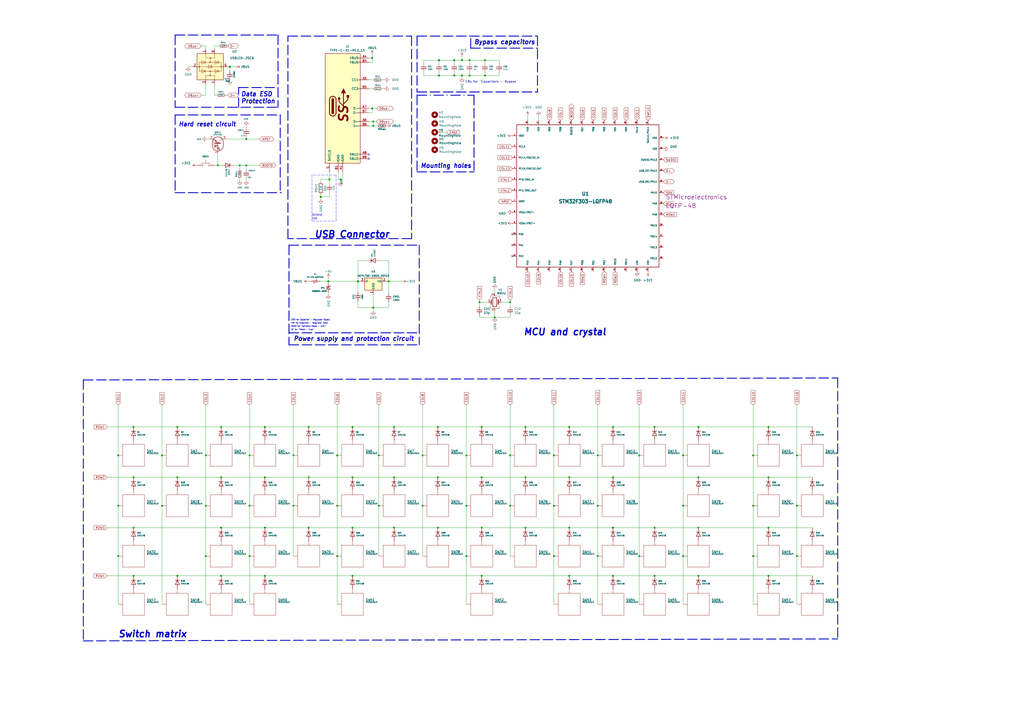
<source format=kicad_sch>
(kicad_sch (version 20210621) (generator eeschema)
  (paper "A2")
  (title_block (title "San Juan Keyboard Schematics") (rev "2.0"))
  (junction (at 68.58 264.16) (diameter 0.9144))
  (junction (at 68.58 293.37) (diameter 0.9144))
  (junction (at 68.58 322.58) (diameter 0.9144))
  (junction (at 77.47 247.65) (diameter 0.9144))
  (junction (at 77.47 276.86) (diameter 0.9144))
  (junction (at 77.47 306.07) (diameter 0.9144))
  (junction (at 77.47 334.01) (diameter 0.9144))
  (junction (at 93.98 264.16) (diameter 0.9144))
  (junction (at 93.98 293.37) (diameter 0.9144))
  (junction (at 102.87 247.65) (diameter 0.9144))
  (junction (at 102.87 276.86) (diameter 0.9144))
  (junction (at 102.87 334.01) (diameter 0.9144))
  (junction (at 119.38 264.16) (diameter 0.9144))
  (junction (at 119.38 293.37) (diameter 0.9144))
  (junction (at 119.38 322.58) (diameter 0.9144))
  (junction (at 126.365 95.885) (diameter 0.9144))
  (junction (at 128.27 247.65) (diameter 0.9144))
  (junction (at 128.27 276.86) (diameter 0.9144))
  (junction (at 128.27 306.07) (diameter 0.9144))
  (junction (at 128.27 334.01) (diameter 0.9144))
  (junction (at 133.35 38.735) (diameter 1.016))
  (junction (at 139.065 95.885) (diameter 0.9144))
  (junction (at 142.875 80.645) (diameter 0.9144))
  (junction (at 142.875 95.885) (diameter 0.9144))
  (junction (at 144.78 264.16) (diameter 0.9144))
  (junction (at 144.78 293.37) (diameter 0.9144))
  (junction (at 144.78 322.58) (diameter 0.9144))
  (junction (at 153.67 247.65) (diameter 0.9144))
  (junction (at 153.67 276.86) (diameter 0.9144))
  (junction (at 153.67 306.07) (diameter 0.9144))
  (junction (at 153.67 334.01) (diameter 0.9144))
  (junction (at 170.18 264.16) (diameter 0.9144))
  (junction (at 170.18 293.37) (diameter 0.9144))
  (junction (at 179.07 247.65) (diameter 0.9144))
  (junction (at 179.07 276.86) (diameter 0.9144))
  (junction (at 179.07 306.07) (diameter 0.9144))
  (junction (at 186.055 114.2238) (diameter 1.016))
  (junction (at 190.5 163.195) (diameter 1.016))
  (junction (at 191.135 104.0638) (diameter 1.016))
  (junction (at 195.58 264.16) (diameter 0.9144))
  (junction (at 195.58 293.37) (diameter 0.9144))
  (junction (at 195.58 322.58) (diameter 0.9144))
  (junction (at 197.5104 104.0638))
  (junction (at 204.47 247.65) (diameter 0.9144))
  (junction (at 204.47 276.86) (diameter 0.9144))
  (junction (at 204.47 306.07) (diameter 0.9144))
  (junction (at 204.47 334.01) (diameter 0.9144))
  (junction (at 207.645 163.195) (diameter 1.016))
  (junction (at 215.9 33.655) (diameter 0.9144))
  (junction (at 215.9 62.865) (diameter 0.9144))
  (junction (at 216.535 70.485) (diameter 0.9144))
  (junction (at 216.535 73.025) (diameter 0.9144))
  (junction (at 216.535 178.435) (diameter 1.016))
  (junction (at 219.71 264.16) (diameter 0.9144))
  (junction (at 219.71 293.37) (diameter 0.9144))
  (junction (at 225.425 163.195) (diameter 1.016))
  (junction (at 228.6 247.65) (diameter 0.9144))
  (junction (at 228.6 276.86) (diameter 0.9144))
  (junction (at 228.6 306.07) (diameter 0.9144))
  (junction (at 245.11 264.16) (diameter 0.9144))
  (junction (at 245.11 293.37) (diameter 0.9144))
  (junction (at 254 247.65) (diameter 0.9144))
  (junction (at 254 276.86) (diameter 0.9144))
  (junction (at 254 306.07) (diameter 0.9144))
  (junction (at 254.635 34.925) (diameter 1.016))
  (junction (at 254.635 43.815) (diameter 1.016))
  (junction (at 263.525 34.925) (diameter 1.016))
  (junction (at 263.525 43.815) (diameter 1.016))
  (junction (at 267.97 34.925) (diameter 0.9144))
  (junction (at 267.97 43.815) (diameter 0.9144))
  (junction (at 270.51 264.16) (diameter 0.9144))
  (junction (at 270.51 293.37) (diameter 0.9144))
  (junction (at 270.51 322.58) (diameter 0.9144))
  (junction (at 272.415 34.925) (diameter 1.016))
  (junction (at 272.415 43.815) (diameter 1.016))
  (junction (at 278.13 175.26) (diameter 0.9144))
  (junction (at 279.4 247.65) (diameter 0.9144))
  (junction (at 279.4 276.86) (diameter 0.9144))
  (junction (at 279.4 306.07) (diameter 0.9144))
  (junction (at 279.4 334.01) (diameter 0.9144))
  (junction (at 281.305 34.925) (diameter 0.9144))
  (junction (at 281.305 43.815) (diameter 0.9144))
  (junction (at 287.02 184.15) (diameter 0.9144))
  (junction (at 295.91 175.26) (diameter 0.9144))
  (junction (at 295.91 264.16) (diameter 0.9144))
  (junction (at 295.91 293.37) (diameter 0.9144))
  (junction (at 304.8 247.65) (diameter 0.9144))
  (junction (at 304.8 276.86) (diameter 0.9144))
  (junction (at 304.8 306.07) (diameter 0.9144))
  (junction (at 321.31 264.16) (diameter 0.9144))
  (junction (at 321.31 293.37) (diameter 0.9144))
  (junction (at 321.31 322.58) (diameter 0.9144))
  (junction (at 330.2 247.65) (diameter 0.9144))
  (junction (at 330.2 276.86) (diameter 0.9144))
  (junction (at 330.2 306.07) (diameter 0.9144))
  (junction (at 330.2 334.01) (diameter 0.9144))
  (junction (at 346.71 264.16) (diameter 0.9144))
  (junction (at 346.71 293.37) (diameter 0.9144))
  (junction (at 346.71 322.58) (diameter 0.9144))
  (junction (at 355.6 247.65) (diameter 0.9144))
  (junction (at 355.6 276.86) (diameter 0.9144))
  (junction (at 355.6 306.07) (diameter 0.9144))
  (junction (at 355.6 334.01) (diameter 0.9144))
  (junction (at 370.84 264.16) (diameter 0.9144))
  (junction (at 370.84 322.58) (diameter 0.9144))
  (junction (at 379.73 247.65) (diameter 0.9144))
  (junction (at 379.73 306.07) (diameter 0.9144))
  (junction (at 379.73 334.01) (diameter 0.9144))
  (junction (at 396.24 264.16) (diameter 0.9144))
  (junction (at 396.24 293.37) (diameter 0.9144))
  (junction (at 396.24 322.58) (diameter 0.9144))
  (junction (at 405.13 247.65) (diameter 0.9144))
  (junction (at 405.13 276.86) (diameter 0.9144))
  (junction (at 405.13 306.07) (diameter 0.9144))
  (junction (at 405.13 334.01) (diameter 0.9144))
  (junction (at 436.88 264.16) (diameter 0.9144))
  (junction (at 436.88 293.37) (diameter 0.9144))
  (junction (at 436.88 322.58) (diameter 0.9144))
  (junction (at 445.77 247.65) (diameter 0.9144))
  (junction (at 445.77 276.86) (diameter 0.9144))
  (junction (at 445.77 306.07) (diameter 0.9144))
  (junction (at 445.77 334.01) (diameter 0.9144))
  (junction (at 462.28 264.16) (diameter 0.9144))
  (junction (at 462.28 293.37) (diameter 0.9144))
  (junction (at 462.28 322.58) (diameter 0.9144))
  (no_connect (at 213.995 89.535))
  (no_connect (at 213.995 92.075))
  (no_connect (at 297.18 135.89))
  (no_connect (at 297.18 142.24))
  (no_connect (at 297.18 148.59))
  (bus_entry (at 95.25 -386.08) (size 2.54 2.54))
  (wire (pts (xy 62.23 247.65) (xy 77.47 247.65)))
  (wire (pts (xy 62.23 276.86) (xy 77.47 276.86)))
  (wire (pts (xy 62.23 306.07) (xy 77.47 306.07)))
  (wire (pts (xy 62.23 334.01) (xy 77.47 334.01)))
  (wire (pts (xy 68.58 234.95) (xy 68.58 264.16)))
  (wire (pts (xy 68.58 264.16) (xy 68.58 293.37)))
  (wire (pts (xy 68.58 293.37) (xy 68.58 322.58)))
  (wire (pts (xy 68.58 322.58) (xy 68.58 350.52)))
  (wire (pts (xy 77.47 247.65) (xy 102.87 247.65)))
  (wire (pts (xy 77.47 276.86) (xy 102.87 276.86)))
  (wire (pts (xy 77.47 306.07) (xy 128.27 306.07)))
  (wire (pts (xy 77.47 334.01) (xy 102.87 334.01)))
  (wire (pts (xy 93.98 234.95) (xy 93.98 264.16)))
  (wire (pts (xy 93.98 264.16) (xy 93.98 293.37)))
  (wire (pts (xy 93.98 293.37) (xy 93.98 350.52)))
  (wire (pts (xy 102.87 247.65) (xy 128.27 247.65)))
  (wire (pts (xy 102.87 276.86) (xy 128.27 276.86)))
  (wire (pts (xy 102.87 334.01) (xy 128.27 334.01)))
  (wire (pts (xy 109.22 38.735) (xy 111.76 38.735)))
  (wire (pts (xy 116.84 26.67) (xy 119.38 26.67)))
  (wire (pts (xy 116.84 55.245) (xy 119.38 55.245)))
  (wire (pts (xy 119.38 26.67) (xy 119.38 28.575)))
  (wire (pts (xy 119.38 48.895) (xy 119.38 55.245)))
  (wire (pts (xy 119.38 234.95) (xy 119.38 264.16)))
  (wire (pts (xy 119.38 264.16) (xy 119.38 293.37)))
  (wire (pts (xy 119.38 293.37) (xy 119.38 322.58)))
  (wire (pts (xy 119.38 322.58) (xy 119.38 350.52)))
  (wire (pts (xy 120.015 80.645) (xy 121.285 80.645)))
  (wire (pts (xy 124.46 26.67) (xy 127 26.67)))
  (wire (pts (xy 124.46 28.575) (xy 124.46 26.67)))
  (wire (pts (xy 124.46 48.895) (xy 124.46 55.245)))
  (wire (pts (xy 124.46 55.245) (xy 125.73 55.245)))
  (wire (pts (xy 124.46 95.885) (xy 126.365 95.885)))
  (wire (pts (xy 126.365 89.535) (xy 126.365 95.885)))
  (wire (pts (xy 126.365 95.885) (xy 128.27 95.885)))
  (wire (pts (xy 128.27 247.65) (xy 153.67 247.65)))
  (wire (pts (xy 128.27 276.86) (xy 153.67 276.86)))
  (wire (pts (xy 128.27 306.07) (xy 153.67 306.07)))
  (wire (pts (xy 128.27 334.01) (xy 153.67 334.01)))
  (wire (pts (xy 130.81 55.245) (xy 132.08 55.245)))
  (wire (pts (xy 131.445 80.645) (xy 142.875 80.645)))
  (wire (pts (xy 133.35 38.735) (xy 132.08 38.735)))
  (wire (pts (xy 133.35 41.275) (xy 133.35 38.735)))
  (wire (pts (xy 135.89 95.885) (xy 139.065 95.885)))
  (wire (pts (xy 136.525 38.735) (xy 133.35 38.735)))
  (wire (pts (xy 139.065 95.885) (xy 139.065 98.425)))
  (wire (pts (xy 139.065 95.885) (xy 142.875 95.885)))
  (wire (pts (xy 139.065 104.775) (xy 139.065 103.505)))
  (wire (pts (xy 142.875 74.295) (xy 142.875 73.025)))
  (wire (pts (xy 142.875 79.375) (xy 142.875 80.645)))
  (wire (pts (xy 142.875 80.645) (xy 150.495 80.645)))
  (wire (pts (xy 142.875 95.885) (xy 142.875 98.425)))
  (wire (pts (xy 142.875 95.885) (xy 150.495 95.885)))
  (wire (pts (xy 142.875 104.775) (xy 142.875 103.505)))
  (wire (pts (xy 144.78 234.95) (xy 144.78 264.16)))
  (wire (pts (xy 144.78 264.16) (xy 144.78 293.37)))
  (wire (pts (xy 144.78 293.37) (xy 144.78 322.58)))
  (wire (pts (xy 144.78 322.58) (xy 144.78 350.52)))
  (wire (pts (xy 153.67 247.65) (xy 179.07 247.65)))
  (wire (pts (xy 153.67 276.86) (xy 179.07 276.86)))
  (wire (pts (xy 153.67 306.07) (xy 179.07 306.07)))
  (wire (pts (xy 153.67 334.01) (xy 204.47 334.01)))
  (wire (pts (xy 170.18 234.95) (xy 170.18 264.16)))
  (wire (pts (xy 170.18 264.16) (xy 170.18 293.37)))
  (wire (pts (xy 170.18 293.37) (xy 170.18 322.58)))
  (wire (pts (xy 179.07 163.195) (xy 180.34 163.195)))
  (wire (pts (xy 179.07 247.65) (xy 204.47 247.65)))
  (wire (pts (xy 179.07 276.86) (xy 204.47 276.86)))
  (wire (pts (xy 179.07 306.07) (xy 204.47 306.07)))
  (wire (pts (xy 185.42 163.195) (xy 190.5 163.195)))
  (wire (pts (xy 186.055 104.0638) (xy 186.055 105.3338)))
  (wire (pts (xy 186.055 112.9538) (xy 186.055 114.2238)))
  (wire (pts (xy 186.055 114.2238) (xy 186.055 115.4938)))
  (wire (pts (xy 190.5 161.29) (xy 190.5 163.195)))
  (wire (pts (xy 190.5 163.195) (xy 190.5 164.465)))
  (wire (pts (xy 190.5 163.195) (xy 207.645 163.195)))
  (wire (pts (xy 190.5 169.545) (xy 190.5 170.815)))
  (wire (pts (xy 191.135 99.695) (xy 191.135 104.0638)))
  (wire (pts (xy 191.135 104.0638) (xy 186.055 104.0638)))
  (wire (pts (xy 191.135 104.0638) (xy 191.135 106.6038)))
  (wire (pts (xy 191.135 111.6838) (xy 191.135 114.2238)))
  (wire (pts (xy 191.135 114.2238) (xy 186.055 114.2238)))
  (wire (pts (xy 195.58 234.95) (xy 195.58 264.16)))
  (wire (pts (xy 195.58 264.16) (xy 195.58 293.37)))
  (wire (pts (xy 195.58 293.37) (xy 195.58 322.58)))
  (wire (pts (xy 195.58 322.58) (xy 195.58 350.52)))
  (wire (pts (xy 196.215 99.695) (xy 196.215 104.0638)))
  (wire (pts (xy 196.215 104.0638) (xy 197.5104 104.0638)))
  (wire (pts (xy 197.5104 104.0638) (xy 197.5104 105.3338)))
  (wire (pts (xy 197.5104 104.0638) (xy 198.755 104.0638)))
  (wire (pts (xy 198.755 99.695) (xy 198.755 104.0638)))
  (wire (pts (xy 204.47 247.65) (xy 228.6 247.65)))
  (wire (pts (xy 204.47 276.86) (xy 228.6 276.86)))
  (wire (pts (xy 204.47 306.07) (xy 228.6 306.07)))
  (wire (pts (xy 204.47 334.01) (xy 279.4 334.01)))
  (wire (pts (xy 207.645 151.13) (xy 212.725 151.13)))
  (wire (pts (xy 207.645 163.195) (xy 207.645 151.13)))
  (wire (pts (xy 207.645 163.195) (xy 207.645 169.545)))
  (wire (pts (xy 207.645 163.195) (xy 208.915 163.195)))
  (wire (pts (xy 207.645 174.625) (xy 207.645 178.435)))
  (wire (pts (xy 213.995 33.655) (xy 215.9 33.655)))
  (wire (pts (xy 213.995 36.195) (xy 215.9 36.195)))
  (wire (pts (xy 213.995 46.355) (xy 216.535 46.355)))
  (wire (pts (xy 213.995 51.435) (xy 216.535 51.435)))
  (wire (pts (xy 213.995 62.865) (xy 215.9 62.865)))
  (wire (pts (xy 213.995 65.405) (xy 215.9 65.405)))
  (wire (pts (xy 213.995 70.485) (xy 216.535 70.485)))
  (wire (pts (xy 213.995 73.025) (xy 216.535 73.025)))
  (wire (pts (xy 215.9 33.655) (xy 215.9 31.75)))
  (wire (pts (xy 215.9 36.195) (xy 215.9 33.655)))
  (wire (pts (xy 215.9 62.865) (xy 218.44 62.865)))
  (wire (pts (xy 215.9 65.405) (xy 215.9 62.865)))
  (wire (pts (xy 216.535 70.485) (xy 216.535 73.025)))
  (wire (pts (xy 216.535 70.485) (xy 218.44 70.485)))
  (wire (pts (xy 216.535 73.025) (xy 219.075 73.025)))
  (wire (pts (xy 216.535 170.815) (xy 216.535 178.435)))
  (wire (pts (xy 216.535 178.435) (xy 207.645 178.435)))
  (wire (pts (xy 216.535 178.435) (xy 225.425 178.435)))
  (wire (pts (xy 216.535 180.34) (xy 216.535 178.435)))
  (wire (pts (xy 219.71 234.95) (xy 219.71 264.16)))
  (wire (pts (xy 219.71 264.16) (xy 219.71 293.37)))
  (wire (pts (xy 219.71 293.37) (xy 219.71 322.58)))
  (wire (pts (xy 220.345 151.13) (xy 225.425 151.13)))
  (wire (pts (xy 221.615 46.355) (xy 222.885 46.355)))
  (wire (pts (xy 221.615 51.435) (xy 222.885 51.435)))
  (wire (pts (xy 224.155 163.195) (xy 225.425 163.195)))
  (wire (pts (xy 225.425 163.195) (xy 225.425 151.13)))
  (wire (pts (xy 225.425 163.195) (xy 225.425 170.18)))
  (wire (pts (xy 225.425 163.195) (xy 233.045 163.195)))
  (wire (pts (xy 225.425 178.435) (xy 225.425 175.26)))
  (wire (pts (xy 228.6 247.65) (xy 254 247.65)))
  (wire (pts (xy 228.6 276.86) (xy 254 276.86)))
  (wire (pts (xy 228.6 306.07) (xy 254 306.07)))
  (wire (pts (xy 245.11 234.95) (xy 245.11 264.16)))
  (wire (pts (xy 245.11 264.16) (xy 245.11 293.37)))
  (wire (pts (xy 245.11 293.37) (xy 245.11 322.58)))
  (wire (pts (xy 245.745 34.925) (xy 245.745 36.83)))
  (wire (pts (xy 245.745 41.91) (xy 245.745 43.815)))
  (wire (pts (xy 245.745 43.815) (xy 254.635 43.815)))
  (wire (pts (xy 254 247.65) (xy 279.4 247.65)))
  (wire (pts (xy 254 276.86) (xy 279.4 276.86)))
  (wire (pts (xy 254 306.07) (xy 279.4 306.07)))
  (wire (pts (xy 254.635 34.925) (xy 245.745 34.925)))
  (wire (pts (xy 254.635 34.925) (xy 254.635 36.83)))
  (wire (pts (xy 254.635 41.91) (xy 254.635 43.815)))
  (wire (pts (xy 254.635 43.815) (xy 263.525 43.815)))
  (wire (pts (xy 255.9812 76.7334) (xy 259.1562 76.7334)))
  (wire (pts (xy 263.525 34.925) (xy 254.635 34.925)))
  (wire (pts (xy 263.525 34.925) (xy 263.525 36.83)))
  (wire (pts (xy 263.525 41.91) (xy 263.525 43.815)))
  (wire (pts (xy 263.525 43.815) (xy 267.97 43.815)))
  (wire (pts (xy 267.97 34.925) (xy 263.525 34.925)))
  (wire (pts (xy 267.97 34.925) (xy 267.97 33.02)))
  (wire (pts (xy 267.97 43.815) (xy 272.415 43.815)))
  (wire (pts (xy 267.97 45.085) (xy 267.97 43.815)))
  (wire (pts (xy 270.51 234.95) (xy 270.51 264.16)))
  (wire (pts (xy 270.51 264.16) (xy 270.51 293.37)))
  (wire (pts (xy 270.51 293.37) (xy 270.51 322.58)))
  (wire (pts (xy 270.51 322.58) (xy 270.51 350.52)))
  (wire (pts (xy 272.415 34.925) (xy 267.97 34.925)))
  (wire (pts (xy 272.415 34.925) (xy 272.415 36.83)))
  (wire (pts (xy 272.415 41.91) (xy 272.415 43.815)))
  (wire (pts (xy 272.415 43.815) (xy 281.305 43.815)))
  (wire (pts (xy 278.13 173.99) (xy 278.13 175.26)))
  (wire (pts (xy 278.13 175.26) (xy 283.21 175.26)))
  (wire (pts (xy 278.13 177.8) (xy 278.13 175.26)))
  (wire (pts (xy 278.13 184.15) (xy 278.13 182.88)))
  (wire (pts (xy 278.13 184.15) (xy 287.02 184.15)))
  (wire (pts (xy 279.4 247.65) (xy 304.8 247.65)))
  (wire (pts (xy 279.4 276.86) (xy 304.8 276.86)))
  (wire (pts (xy 279.4 306.07) (xy 304.8 306.07)))
  (wire (pts (xy 279.4 334.01) (xy 330.2 334.01)))
  (wire (pts (xy 281.305 34.925) (xy 272.415 34.925)))
  (wire (pts (xy 281.305 34.925) (xy 289.56 34.925)))
  (wire (pts (xy 281.305 36.83) (xy 281.305 34.925)))
  (wire (pts (xy 281.305 43.815) (xy 281.305 41.91)))
  (wire (pts (xy 281.305 43.815) (xy 289.56 43.815)))
  (wire (pts (xy 287.02 167.64) (xy 287.02 170.18)))
  (wire (pts (xy 287.02 180.34) (xy 287.02 184.15)))
  (wire (pts (xy 287.02 184.15) (xy 295.91 184.15)))
  (wire (pts (xy 289.56 34.925) (xy 289.56 36.83)))
  (wire (pts (xy 289.56 43.815) (xy 289.56 41.91)))
  (wire (pts (xy 290.83 175.26) (xy 295.91 175.26)))
  (wire (pts (xy 295.91 173.99) (xy 295.91 175.26)))
  (wire (pts (xy 295.91 177.8) (xy 295.91 175.26)))
  (wire (pts (xy 295.91 184.15) (xy 295.91 182.88)))
  (wire (pts (xy 295.91 234.95) (xy 295.91 264.16)))
  (wire (pts (xy 295.91 264.16) (xy 295.91 293.37)))
  (wire (pts (xy 295.91 293.37) (xy 295.91 322.58)))
  (wire (pts (xy 304.8 247.65) (xy 330.2 247.65)))
  (wire (pts (xy 304.8 276.86) (xy 330.2 276.86)))
  (wire (pts (xy 304.8 306.07) (xy 330.2 306.07)))
  (wire (pts (xy 306.07 67.31) (xy 306.07 69.85)))
  (wire (pts (xy 312.42 67.31) (xy 312.42 69.85)))
  (wire (pts (xy 321.31 234.95) (xy 321.31 264.16)))
  (wire (pts (xy 321.31 264.16) (xy 321.31 293.37)))
  (wire (pts (xy 321.31 293.37) (xy 321.31 322.58)))
  (wire (pts (xy 321.31 322.58) (xy 321.31 350.52)))
  (wire (pts (xy 330.2 247.65) (xy 355.6 247.65)))
  (wire (pts (xy 330.2 276.86) (xy 355.6 276.86)))
  (wire (pts (xy 330.2 306.07) (xy 355.6 306.07)))
  (wire (pts (xy 330.2 334.01) (xy 355.6 334.01)))
  (wire (pts (xy 346.71 234.95) (xy 346.71 264.16)))
  (wire (pts (xy 346.71 264.16) (xy 346.71 293.37)))
  (wire (pts (xy 346.71 293.37) (xy 346.71 322.58)))
  (wire (pts (xy 346.71 322.58) (xy 346.71 350.52)))
  (wire (pts (xy 355.6 247.65) (xy 379.73 247.65)))
  (wire (pts (xy 355.6 276.86) (xy 405.13 276.86)))
  (wire (pts (xy 355.6 306.07) (xy 379.73 306.07)))
  (wire (pts (xy 355.6 334.01) (xy 379.73 334.01)))
  (wire (pts (xy 370.84 234.95) (xy 370.84 264.16)))
  (wire (pts (xy 370.84 264.16) (xy 370.84 322.58)))
  (wire (pts (xy 370.84 322.58) (xy 370.84 350.52)))
  (wire (pts (xy 379.73 247.65) (xy 405.13 247.65)))
  (wire (pts (xy 379.73 306.07) (xy 405.13 306.07)))
  (wire (pts (xy 379.73 334.01) (xy 405.13 334.01)))
  (wire (pts (xy 396.24 234.95) (xy 396.24 264.16)))
  (wire (pts (xy 396.24 264.16) (xy 396.24 293.37)))
  (wire (pts (xy 396.24 293.37) (xy 396.24 322.58)))
  (wire (pts (xy 396.24 322.58) (xy 396.24 350.52)))
  (wire (pts (xy 405.13 247.65) (xy 445.77 247.65)))
  (wire (pts (xy 405.13 276.86) (xy 445.77 276.86)))
  (wire (pts (xy 405.13 306.07) (xy 445.77 306.07)))
  (wire (pts (xy 405.13 334.01) (xy 445.77 334.01)))
  (wire (pts (xy 436.88 234.95) (xy 436.88 264.16)))
  (wire (pts (xy 436.88 264.16) (xy 436.88 293.37)))
  (wire (pts (xy 436.88 293.37) (xy 436.88 322.58)))
  (wire (pts (xy 436.88 322.58) (xy 436.88 350.52)))
  (wire (pts (xy 445.77 247.65) (xy 471.17 247.65)))
  (wire (pts (xy 445.77 276.86) (xy 471.17 276.86)))
  (wire (pts (xy 445.77 306.07) (xy 471.17 306.07)))
  (wire (pts (xy 445.77 334.01) (xy 471.17 334.01)))
  (wire (pts (xy 462.28 234.95) (xy 462.28 264.16)))
  (wire (pts (xy 462.28 264.16) (xy 462.28 293.37)))
  (wire (pts (xy 462.28 293.37) (xy 462.28 322.58)))
  (wire (pts (xy 462.28 322.58) (xy 462.28 350.52)))
  (polyline (pts (xy 48.3362 220.3958) (xy 48.3362 371.7544)) (stroke (width 0.508) (type dash)))
  (polyline (pts (xy 48.3362 371.7544) (xy 485.902 370.6114)) (stroke (width 0.508) (type dash)))
  (polyline (pts (xy 48.3616 220.3958) (xy 485.9274 219.2528)) (stroke (width 0.508) (type dash)))
  (polyline (pts (xy 101.6 20.32) (xy 101.6 62.23)) (stroke (width 0.508) (type dash)))
  (polyline (pts (xy 101.6 20.32) (xy 161.29 20.32)) (stroke (width 0.508) (type dash)))
  (polyline (pts (xy 101.6 62.23) (xy 161.29 62.23)) (stroke (width 0.508) (type dash)))
  (polyline (pts (xy 101.6 66.675) (xy 101.6 111.76)) (stroke (width 0.508) (type dash)))
  (polyline (pts (xy 101.6 66.675) (xy 162.56 66.675)) (stroke (width 0.508) (type dash)))
  (polyline (pts (xy 101.6 111.76) (xy 163.195 111.76)) (stroke (width 0.508) (type dash)))
  (polyline (pts (xy 138.43 50.8) (xy 161.29 50.8)) (stroke (width 0.508) (type dash)))
  (polyline (pts (xy 138.43 62.23) (xy 138.43 50.8)) (stroke (width 0.508) (type dash)))
  (polyline (pts (xy 161.29 20.32) (xy 161.29 62.23)) (stroke (width 0.508) (type dash)))
  (polyline (pts (xy 162.56 66.675) (xy 162.56 111.76)) (stroke (width 0.508) (type dash)))
  (polyline (pts (xy 167.005 20.955) (xy 238.76 20.955)) (stroke (width 0.508) (type dash)))
  (polyline (pts (xy 167.005 138.43) (xy 167.005 20.955)) (stroke (width 0.508) (type dash)))
  (polyline (pts (xy 167.64 142.24) (xy 167.64 200.025)) (stroke (width 0.508) (type dash)))
  (polyline (pts (xy 167.64 142.24) (xy 243.205 142.24)) (stroke (width 0.508) (type dash)))
  (polyline (pts (xy 167.64 193.04) (xy 243.205 193.04)) (stroke (width 0.508) (type dash)))
  (polyline (pts (xy 167.64 200.025) (xy 243.205 200.025)) (stroke (width 0.508) (type dash)))
  (polyline (pts (xy 180.975 101.5238) (xy 180.975 128.1938)) (stroke (width 0) (type dash)))
  (polyline (pts (xy 180.975 128.1938) (xy 194.945 128.1938)) (stroke (width 0) (type dash)))
  (polyline (pts (xy 194.945 101.5238) (xy 180.975 101.5238)) (stroke (width 0) (type dash)))
  (polyline (pts (xy 194.945 128.1938) (xy 194.945 101.5238)) (stroke (width 0) (type dash)))
  (polyline (pts (xy 238.76 20.955) (xy 238.76 138.43)) (stroke (width 0.508) (type dash)))
  (polyline (pts (xy 238.76 138.43) (xy 167.005 138.43)) (stroke (width 0.508) (type dash)))
  (polyline (pts (xy 241.935 20.955) (xy 241.935 53.34)) (stroke (width 0.508) (type dash)))
  (polyline (pts (xy 241.935 20.955) (xy 311.785 20.955)) (stroke (width 0.508) (type dash)))
  (polyline (pts (xy 241.935 53.34) (xy 311.785 53.34)) (stroke (width 0.508) (type dash)))
  (polyline (pts (xy 241.935 55.245) (xy 241.935 99.695)) (stroke (width 0.508) (type dash)))
  (polyline (pts (xy 241.935 55.245) (xy 274.955 55.245)) (stroke (width 0.508) (type dash_dot)))
  (polyline (pts (xy 241.935 99.695) (xy 274.955 99.695)) (stroke (width 0.508) (type dash)))
  (polyline (pts (xy 243.205 142.24) (xy 243.205 200.025)) (stroke (width 0.508) (type dash)))
  (polyline (pts (xy 273.05 27.94) (xy 273.05 20.955)) (stroke (width 0.508) (type dash)))
  (polyline (pts (xy 273.05 27.94) (xy 311.785 27.94)) (stroke (width 0.508) (type dash)))
  (polyline (pts (xy 274.955 55.245) (xy 274.955 100.33)) (stroke (width 0.508) (type dash)))
  (polyline (pts (xy 311.785 20.955) (xy 311.785 53.34)) (stroke (width 0.508) (type dash)))
  (polyline (pts (xy 485.9274 219.329) (xy 485.9274 370.6876)) (stroke (width 0.508) (type dash)))
  (text "Switch matrix\n" (at 68.4246 370.1533 0) (effects (font (size 3.81 3.81) (thickness 0.762) bold italic) (justify left bottom)))
  (text "Hard reset circuit" (at 103.505 73.66 0) (effects (font (size 2.44 2.44) (thickness 0.488) bold italic) (justify left bottom)))
  (text "Data ESD\nProtection" (at 139.7 60.325 0) (effects (font (size 2.54 2.54) (thickness 0.508) bold italic) (justify left bottom)))
  (text "CRO for Capacitor - Regulator Output" (at 168.91 186.055 0) (effects (font (size 0.762 0.762)) (justify left bottom)))
  (text "CRI for Capacitor - Regulator Input" (at 168.91 187.96 0) (effects (font (size 0.762 0.762)) (justify left bottom)))
  (text "DS33 for \"Schottky Diode - 3.3V\"" (at 168.91 189.865 0) (effects (font (size 0.762 0.762)) (justify left bottom)))
  (text "DF for \"Diode - Fuse\"" (at 168.91 191.77 0) (effects (font (size 0.762 0.762)) (justify left bottom)))
  (text "Power supply and protection circuit" (at 170.18 198.12 0) (effects (font (size 2.54 2.54) (thickness 0.508) bold italic) (justify left bottom)))
  (text "Shield\nnet" (at 180.975 127.5588 0) (effects (font (size 1.27 1.27)) (justify left bottom)))
  (text "USB Connector" (at 182.2196 138.303 0) (effects (font (size 3.81 3.81) (thickness 0.762) bold italic) (justify left bottom)))
  (text "Mounting holes" (at 243.84 97.79 0) (effects (font (size 2.54 2.54) (thickness 0.508) bold italic) (justify left bottom)))
  (text "CBs for \"Capacitors - Bypass\"" (at 269.875 48.26 0) (effects (font (size 1.27 1.27)) (justify left bottom)))
  (text "Bypass capacitors" (at 274.955 26.035 0) (effects (font (size 2.54 2.54) (thickness 0.508) bold italic) (justify left bottom)))
  (text "MCU and crystal" (at 303.53 194.945 0) (effects (font (size 3.81 3.81) (thickness 0.762) bold italic) (justify left bottom)))
  (global_label "ROW1" (shape input) (at 62.23 247.65 180) (property "Intersheet References" "${INTERSHEET_REFS}" (effects hide)))
  (global_label "ROW2" (shape input) (at 62.23 276.86 180) (property "Intersheet References" "${INTERSHEET_REFS}" (effects hide)))
  (global_label "ROW3" (shape input) (at 62.23 306.07 180) (property "Intersheet References" "${INTERSHEET_REFS}" (effects hide)))
  (global_label "ROW4" (shape input) (at 62.23 334.01 180) (property "Intersheet References" "${INTERSHEET_REFS}" (effects hide)))
  (global_label "COL1" (shape input) (at 68.58 234.95 90) (property "Intersheet References" "${INTERSHEET_REFS}" (effects hide)))
  (global_label "COL2" (shape input) (at 93.98 234.95 90) (property "Intersheet References" "${INTERSHEET_REFS}" (effects hide)))
  (global_label "DBus-" (shape bidirectional) (at 116.84 26.67 180) (property "Intersheet References" "${INTERSHEET_REFS}" (effects hide)))
  (global_label "DBus+" (shape bidirectional) (at 116.84 55.245 180) (property "Intersheet References" "${INTERSHEET_REFS}" (effects hide)))
  (global_label "COL3" (shape input) (at 119.38 234.95 90) (property "Intersheet References" "${INTERSHEET_REFS}" (effects hide)))
  (global_label "D-" (shape bidirectional) (at 132.08 26.67 0) (property "Intersheet References" "${INTERSHEET_REFS}" (effects hide)))
  (global_label "D+" (shape bidirectional) (at 132.08 55.245 0) (property "Intersheet References" "${INTERSHEET_REFS}" (effects hide)))
  (global_label "COL4" (shape input) (at 144.78 234.95 90) (property "Intersheet References" "${INTERSHEET_REFS}" (effects hide)))
  (global_label "NRST" (shape bidirectional) (at 150.495 80.645 0) (property "Intersheet References" "${INTERSHEET_REFS}" (effects hide)))
  (global_label "BOOT0" (shape bidirectional) (at 150.495 95.885 0) (property "Intersheet References" "${INTERSHEET_REFS}" (effects hide)))
  (global_label "COL5" (shape input) (at 170.18 234.95 90) (property "Intersheet References" "${INTERSHEET_REFS}" (effects hide)))
  (global_label "COL6" (shape input) (at 195.58 234.95 90) (property "Intersheet References" "${INTERSHEET_REFS}" (effects hide)))
  (global_label "DBus-" (shape bidirectional) (at 218.44 62.865 0) (property "Intersheet References" "${INTERSHEET_REFS}" (effects hide)))
  (global_label "DBus+" (shape bidirectional) (at 218.44 70.485 0) (property "Intersheet References" "${INTERSHEET_REFS}" (effects hide)))
  (global_label "COL7" (shape input) (at 219.71 234.95 90) (property "Intersheet References" "${INTERSHEET_REFS}" (effects hide)))
  (global_label "COL8" (shape input) (at 245.11 234.95 90) (property "Intersheet References" "${INTERSHEET_REFS}" (effects hide)))
  (global_label "CASE" (shape input) (at 259.1562 76.7334 0) (property "Intersheet References" "${INTERSHEET_REFS}" (effects hide)))
  (global_label "COL9" (shape input) (at 270.51 234.95 90) (property "Intersheet References" "${INTERSHEET_REFS}" (effects hide)))
  (global_label "XTAL2" (shape input) (at 278.13 173.99 90) (property "Intersheet References" "${INTERSHEET_REFS}" (effects hide)))
  (global_label "XTAL1" (shape input) (at 295.91 173.99 90) (property "Intersheet References" "${INTERSHEET_REFS}" (effects hide)))
  (global_label "COL10" (shape input) (at 295.91 234.95 90) (property "Intersheet References" "${INTERSHEET_REFS}" (effects hide)))
  (global_label "COL11" (shape input) (at 297.18 85.09 180) (property "Intersheet References" "${INTERSHEET_REFS}" (effects hide)))
  (global_label "COL12" (shape input) (at 297.18 91.44 180) (property "Intersheet References" "${INTERSHEET_REFS}" (effects hide)))
  (global_label "COL13" (shape input) (at 297.18 97.79 180) (property "Intersheet References" "${INTERSHEET_REFS}" (effects hide)))
  (global_label "XTAL1" (shape input) (at 297.18 104.14 180) (property "Intersheet References" "${INTERSHEET_REFS}" (effects hide)))
  (global_label "XTAL2" (shape input) (at 297.18 110.49 180) (property "Intersheet References" "${INTERSHEET_REFS}" (effects hide)))
  (global_label "NRST" (shape bidirectional) (at 297.18 116.84 180) (property "Intersheet References" "${INTERSHEET_REFS}" (effects hide)))
  (global_label "COL10" (shape input) (at 306.07 157.48 270) (property "Intersheet References" "${INTERSHEET_REFS}" (effects hide)))
  (global_label "COL9" (shape input) (at 312.42 157.48 270) (property "Intersheet References" "${INTERSHEET_REFS}" (effects hide)))
  (global_label "COL8" (shape input) (at 318.77 69.85 90) (property "Intersheet References" "${INTERSHEET_REFS}" (effects hide)))
  (global_label "COL11" (shape input) (at 321.31 234.95 90) (property "Intersheet References" "${INTERSHEET_REFS}" (effects hide)))
  (global_label "COL7" (shape input) (at 325.12 69.85 90) (property "Intersheet References" "${INTERSHEET_REFS}" (effects hide)))
  (global_label "COL16" (shape input) (at 325.12 157.48 270) (property "Intersheet References" "${INTERSHEET_REFS}" (effects hide)))
  (global_label "BOOT0" (shape bidirectional) (at 331.47 69.85 90) (property "Intersheet References" "${INTERSHEET_REFS}" (effects hide)))
  (global_label "COL15" (shape input) (at 331.47 157.48 270) (property "Intersheet References" "${INTERSHEET_REFS}" (effects hide)))
  (global_label "COL6" (shape input) (at 337.82 69.85 90) (property "Intersheet References" "${INTERSHEET_REFS}" (effects hide)))
  (global_label "ROW3" (shape input) (at 337.82 157.48 270) (property "Intersheet References" "${INTERSHEET_REFS}" (effects hide)))
  (global_label "COL5" (shape input) (at 344.17 69.85 90) (property "Intersheet References" "${INTERSHEET_REFS}" (effects hide)))
  (global_label "COL12" (shape input) (at 346.71 234.95 90) (property "Intersheet References" "${INTERSHEET_REFS}" (effects hide)))
  (global_label "COL4" (shape input) (at 350.52 69.85 90) (property "Intersheet References" "${INTERSHEET_REFS}" (effects hide)))
  (global_label "ROW4" (shape input) (at 350.52 157.48 270) (property "Intersheet References" "${INTERSHEET_REFS}" (effects hide)))
  (global_label "COL3" (shape input) (at 356.87 69.85 90) (property "Intersheet References" "${INTERSHEET_REFS}" (effects hide)))
  (global_label "ROW2" (shape input) (at 356.87 157.48 270) (property "Intersheet References" "${INTERSHEET_REFS}" (effects hide)))
  (global_label "COL2" (shape input) (at 363.22 69.85 90) (property "Intersheet References" "${INTERSHEET_REFS}" (effects hide)))
  (global_label "COL1" (shape input) (at 369.57 69.85 90) (property "Intersheet References" "${INTERSHEET_REFS}" (effects hide)))
  (global_label "COL13" (shape input) (at 370.84 234.95 90) (property "Intersheet References" "${INTERSHEET_REFS}" (effects hide)))
  (global_label "SWCLK" (shape input) (at 375.92 69.85 90) (property "Intersheet References" "${INTERSHEET_REFS}" (effects hide)))
  (global_label "SWDIO" (shape input) (at 384.81 92.71 0) (property "Intersheet References" "${INTERSHEET_REFS}" (effects hide)))
  (global_label "D+" (shape bidirectional) (at 384.81 99.06 0) (property "Intersheet References" "${INTERSHEET_REFS}" (effects hide)))
  (global_label "D-" (shape bidirectional) (at 384.81 105.41 0) (property "Intersheet References" "${INTERSHEET_REFS}" (effects hide)))
  (global_label "SDA" (shape input) (at 384.81 111.76 0) (property "Intersheet References" "${INTERSHEET_REFS}" (effects hide)))
  (global_label "SCL" (shape input) (at 384.81 118.11 0) (property "Intersheet References" "${INTERSHEET_REFS}" (effects hide)))
  (global_label "ROW1" (shape input) (at 384.81 124.46 0) (property "Intersheet References" "${INTERSHEET_REFS}" (effects hide)))
  (global_label "COL14" (shape input) (at 396.24 234.95 90) (property "Intersheet References" "${INTERSHEET_REFS}" (effects hide)))
  (global_label "COL15" (shape input) (at 436.88 234.95 90) (property "Intersheet References" "${INTERSHEET_REFS}" (effects hide)))
  (global_label "COL16" (shape input) (at 462.28 234.95 90) (property "Intersheet References" "${INTERSHEET_REFS}" (effects hide)))
  (symbol (lib_id "power:+3.3V") (at 114.3 95.885 90) (unit 1)
    (property "Reference" "#PWR0101" (effects hide))
    (property "Value" "+3.3V" (at 110.49 94.615 90) (effects (justify left)))
  )
  (symbol (lib_id "power:VBUS") (at 136.525 38.735 270) (unit 1)
    (property "Reference" "#PWR011" (effects hide))
    (property "Value" "VBUS" (at 139.7 38.7349 90) (effects (justify left)))
  )
  (symbol (lib_id "power:VBUS") (at 179.07 163.195 90) (unit 1)
    (property "Reference" "#PWR018" (effects hide))
    (property "Value" "VBUS" (at 175.26 163.1949 90) (effects (justify left)))
  )
  (symbol (lib_id "power:+5V") (at 190.5 161.29 0) (unit 1)
    (property "Reference" "#PWR0102" (effects hide))
    (property "Value" "+5V" (at 190.5 157.48 0))
  )
  (symbol (lib_id "power:VBUS") (at 215.9 31.75 0) (unit 1)
    (property "Reference" "#PWR028" (effects hide))
    (property "Value" "VBUS" (at 215.9 27.8117 0))
  )
  (symbol (lib_id "power:VBUS") (at 224.155 73.025 270) (unit 1)
    (property "Reference" "#PWR0103" (effects hide))
    (property "Value" "VBUS" (at 227.33 73.0249 90) (effects (justify left)))
  )
  (symbol (lib_id "power:+3.3V") (at 233.045 163.195 270) (unit 1)
    (property "Reference" "#PWR021" (effects hide))
    (property "Value" "+3.3V" (at 235.585 163.1949 90) (effects (justify left)))
  )
  (symbol (lib_id "power:+3.3V") (at 267.97 33.02 0) (unit 1)
    (property "Reference" "#PWR023" (effects hide))
    (property "Value" "+3.3V" (at 267.97 29.21 0))
  )
  (symbol (lib_id "power:+3.3V") (at 297.18 78.74 90) (unit 1)
    (property "Reference" "#PWR05" (effects hide))
    (property "Value" "+3.3V" (at 293.37 78.74 90) (effects (justify left)))
  )
  (symbol (lib_id "power:+3.3V") (at 297.18 129.54 90) (unit 1)
    (property "Reference" "#PWR012" (effects hide))
    (property "Value" "+3.3V" (at 291.465 129.54 90))
  )
  (symbol (lib_id "power:+3.3V") (at 306.07 67.31 0) (unit 1)
    (property "Reference" "#PWR03" (effects hide))
    (property "Value" "+3.3V" (at 302.895 62.23 0) (effects (justify left)))
  )
  (symbol (lib_id "power:+3.3V") (at 375.92 157.48 180) (unit 1)
    (property "Reference" "#PWR016" (effects hide))
    (property "Value" "+3.3V" (at 378.46 162.56 0) (effects (justify left)))
  )
  (symbol (lib_id "power:+3.3V") (at 384.81 80.01 270) (unit 1)
    (property "Reference" "#PWR06" (effects hide))
    (property "Value" "+3.3V" (at 391.16 80.01 90))
  )
  (symbol (lib_id "power:GND") (at 109.22 38.735 0) (unit 1)
    (property "Reference" "#PWR01" (effects hide))
    (property "Value" "GND" (at 109.22 43.18 0))
  )
  (symbol (lib_id "power:GND") (at 120.015 80.645 270) (unit 1)
    (property "Reference" "#PWR020" (effects hide))
    (property "Value" "GND" (at 116.7892 80.772 90) (effects (font (size 0.7874 0.7874)) (justify right)))
  )
  (symbol (lib_id "power:GND") (at 133.35 46.355 0) (unit 1)
    (property "Reference" "#PWR04" (effects hide))
    (property "Value" "GND" (at 132.08 46.99 0) (effects (font (size 0.7874 0.7874))))
  )
  (symbol (lib_id "power:GND") (at 139.065 104.775 0) (unit 1)
    (property "Reference" "#PWR025" (effects hide))
    (property "Value" "GND" (at 139.192 108.8136 0) (effects (font (size 0.7874 0.7874))))
  )
  (symbol (lib_id "power:GND") (at 142.875 73.025 180) (unit 1)
    (property "Reference" "#PWR019" (effects hide))
    (property "Value" "GND" (at 142.748 68.9864 0) (effects (font (size 0.7874 0.7874))))
  )
  (symbol (lib_id "power:GND") (at 142.875 104.775 0) (unit 1)
    (property "Reference" "#PWR026" (effects hide))
    (property "Value" "GND" (at 143.002 108.8136 0) (effects (font (size 0.7874 0.7874))))
  )
  (symbol (lib_id "power:GND") (at 186.055 115.4938 0) (unit 1)
    (property "Reference" "#PWR08" (effects hide))
    (property "Value" "GND" (at 186.182 118.745 90) (effects (justify right)))
  )
  (symbol (lib_id "power:GND") (at 190.5 170.815 0) (unit 1)
    (property "Reference" "#PWR09" (effects hide))
    (property "Value" "GND" (at 190.627 174.0662 90) (effects (justify right)))
  )
  (symbol (lib_id "power:GND") (at 197.5104 105.3338 0) (unit 1)
    (property "Reference" "#PWR010" (effects hide))
    (property "Value" "GND" (at 198.1454 104.0638 90) (effects (font (size 0.7874 0.7874)) (justify right)))
  )
  (symbol (lib_id "power:GND") (at 216.535 180.34 0) (unit 1)
    (property "Reference" "#PWR014" (effects hide))
    (property "Value" "GND" (at 218.567 184.2262 0) (effects (justify right)))
  )
  (symbol (lib_id "power:GND") (at 222.885 46.355 90) (unit 1)
    (property "Reference" "#PWR0105" (effects hide))
    (property "Value" "GND" (at 227.33 46.3549 90) (effects (justify right)))
  )
  (symbol (lib_id "power:GND") (at 222.885 51.435 90) (unit 1)
    (property "Reference" "#PWR0109" (effects hide))
    (property "Value" "GND" (at 227.33 51.4349 90) (effects (justify right)))
  )
  (symbol (lib_id "power:GND") (at 267.97 45.085 0) (unit 1)
    (property "Reference" "#PWR02" (effects hide))
    (property "Value" "GND" (at 268.097 48.3362 90) (effects (justify right)))
  )
  (symbol (lib_id "power:GND") (at 287.02 167.64 180) (unit 1)
    (property "Reference" "#PWR017" (effects hide))
    (property "Value" "GND" (at 286.893 164.3888 90) (effects (justify right)))
  )
  (symbol (lib_id "power:GND") (at 287.02 184.15 0) (unit 1)
    (property "Reference" "#PWR022" (effects hide))
    (property "Value" "GND" (at 287.147 187.4012 90) (effects (justify right)))
  )
  (symbol (lib_id "power:GND") (at 297.18 123.19 270) (unit 1)
    (property "Reference" "#PWR07" (effects hide))
    (property "Value" "GND" (at 293.37 123.8249 90) (effects (justify right)))
  )
  (symbol (lib_id "power:GND") (at 312.42 67.31 180) (unit 1)
    (property "Reference" "#PWR0107" (effects hide))
    (property "Value" "GND" (at 312.42 62.23 0))
  )
  (symbol (lib_id "power:GND") (at 369.57 157.48 0) (unit 1)
    (property "Reference" "#PWR0106" (effects hide))
    (property "Value" "GND" (at 369.6208 162.56 0))
  )
  (symbol (lib_id "power:GND") (at 384.81 86.36 90) (unit 1)
    (property "Reference" "#PWR0108" (effects hide))
    (property "Value" "GND" (at 388.62 85.09 90) (effects (justify right)))
  )
  (symbol (lib_id "Device:R_Small") (at 128.27 55.245 270) (unit 1)
    (property "Reference" "RDP1" (at 126.619 53.34 90) (effects (font (size 0.7874 0.7874)) (justify left)))
    (property "Value" "22R" (at 127 55.245 90) (effects (font (size 0.7874 0.7874)) (justify left)))
    (property "Footprint" "acheron_Components:R_SMD_1206" (effects hide))
  )
  (symbol (lib_id "Device:R_Small") (at 129.54 26.67 270) (unit 1)
    (property "Reference" "RDN1" (at 127.889 24.765 90) (effects (font (size 0.7874 0.7874)) (justify left)))
    (property "Value" "22R" (at 128.27 26.67 90) (effects (font (size 0.7874 0.7874)) (justify left)))
    (property "Footprint" "acheron_Components:R_SMD_1206" (effects hide))
  )
  (symbol (lib_id "Device:R_Small") (at 139.065 100.965 0) (unit 1)
    (property "Reference" "RRST1" (at 137.16 102.87 90) (effects (font (size 0.7874 0.7874)) (justify left)))
    (property "Value" "100k" (at 139.065 102.235 90) (effects (font (size 0.7874 0.7874)) (justify left)))
    (property "Footprint" "acheron_Components:R_SMD_1206" (effects hide))
  )
  (symbol (lib_id "Device:R_Small") (at 219.075 46.355 270) (unit 1)
    (property "Reference" "RCC1" (at 217.551 44.45 90) (effects (font (size 0.7874 0.7874)) (justify left)))
    (property "Value" "5.1k" (at 217.805 46.355 90) (effects (font (size 0.7874 0.7874)) (justify left)))
    (property "Footprint" "acheron_Components:R_SMD_1206" (effects hide))
  )
  (symbol (lib_id "Device:R_Small") (at 219.075 51.435 270) (unit 1)
    (property "Reference" "RCC2" (at 217.551 49.53 90) (effects (font (size 0.7874 0.7874)) (justify left)))
    (property "Value" "5.1k" (at 217.805 51.435 90) (effects (font (size 0.7874 0.7874)) (justify left)))
    (property "Footprint" "acheron_Components:R_SMD_1206" (effects hide))
  )
  (symbol (lib_id "Device:R_Small") (at 221.615 73.025 270) (unit 1)
    (property "Reference" "RDPUp1" (at 219.202 74.93 90) (effects (font (size 0.7874 0.7874)) (justify left)))
    (property "Value" "1.5k" (at 220.345 73.025 90) (effects (font (size 0.7874 0.7874)) (justify left)))
    (property "Footprint" "acheron_Components:R_SMD_1206" (effects hide))
  )
  (symbol (lib_id "Device:Polyfuse_Small") (at 182.88 163.195 270) (unit 1)
    (property "Reference" "F1" (at 182.88 159.1056 90) (effects (font (size 0.7874 0.7874))))
    (property "Value" "1A trip polyfuse" (at 182.88 160.655 90) (effects (font (size 0.7874 0.7874))))
    (property "Footprint" "acheron_Components:Fuse_1812_4532" (effects hide))
  )
  (symbol (lib_id "Device:D_Schottky_Small") (at 190.5 167.005 270) (unit 1)
    (property "Reference" "DF1" (at 186.055 167.005 90) (effects (font (size 0.7874 0.7874)) (justify left)))
    (property "Value" "RB060M-60TR" (at 180.975 168.91 90) (effects (font (size 0.7874 0.7874)) (justify left)))
    (property "Footprint" "acheron_Components:D_SOD-123" (effects hide))
  )
  (symbol (lib_id "Mechanical:MountingHole") (at 252.1712 66.5734 90) (unit 1)
    (property "Reference" "H2" (at 257.2512 65.3034 90) (effects (justify left)))
    (property "Value" "MountingHole" (at 267.4112 67.8434 90) (effects (justify left)))
    (property "Footprint" "MountingHole:MountingHole_2.5mm_Pad" (effects hide))
  )
  (symbol (lib_id "Mechanical:MountingHole") (at 252.1712 71.6534 0) (unit 1)
    (property "Reference" "H3" (at 254.7112 70.485 0) (effects (justify left)))
    (property "Value" "MountingHole" (at 254.7112 72.7964 0) (effects (justify left)))
    (property "Footprint" "MountingHole:MountingHole_2.5mm_Pad" (effects hide))
  )
  (symbol (lib_id "Mechanical:MountingHole") (at 252.1712 81.8134 0) (unit 1)
    (property "Reference" "H4" (at 254.7112 80.645 0) (effects (justify left)))
    (property "Value" "MountingHole" (at 254.7112 82.9564 0) (effects (justify left)))
    (property "Footprint" "MountingHole:MountingHole_2.5mm_Pad" (effects hide))
  )
  (symbol (lib_id "Mechanical:MountingHole") (at 252.1712 86.8934 0) (unit 1)
    (property "Reference" "H5" (at 254.7112 85.725 0) (effects (justify left)))
    (property "Value" "MountingHole" (at 254.7112 88.0364 0) (effects (justify left)))
    (property "Footprint" "MountingHole:MountingHole_2.5mm_Pad" (effects hide))
  )
  (symbol (lib_id "Device:C_Small") (at 133.35 43.815 180) (unit 1)
    (property "Reference" "CUSB1" (at 135.89 45.085 90) (effects (font (size 0.7874 0.7874)) (justify right)))
    (property "Value" "4.7n" (at 130.175 45.72 0) (effects (font (size 0.7874 0.7874)) (justify right)))
    (property "Footprint" "acheron_Components:C_0805_2012Metric" (effects hide))
  )
  (symbol (lib_id "Device:C_Small") (at 142.875 76.835 180) (unit 1)
    (property "Reference" "CRST1" (at 137.795 75.565 0) (effects (font (size 0.7874 0.7874)) (justify right)))
    (property "Value" "4.7n" (at 139.7 78.74 0) (effects (font (size 0.7874 0.7874)) (justify right)))
    (property "Footprint" "acheron_Components:C_0805_2012Metric" (effects hide))
  )
  (symbol (lib_id "Device:C_Small") (at 142.875 100.965 180) (unit 1)
    (property "Reference" "CRST2" (at 144.145 99.06 0) (effects (font (size 0.7874 0.7874)) (justify right)))
    (property "Value" "10u" (at 143.51 102.87 0) (effects (font (size 0.7874 0.7874)) (justify right)))
    (property "Footprint" "acheron_Components:C_0805_2012Metric" (effects hide))
  )
  (symbol (lib_id "Device:C_Small") (at 191.135 109.1438 180) (unit 1)
    (property "Reference" "CSH1" (at 188.595 109.1438 90) (effects (font (size 0.7874 0.7874))))
    (property "Value" "4.7n" (at 193.675 110.4138 90) (effects (font (size 0.7874 0.7874)) (justify right)))
    (property "Footprint" "acheron_Components:C_0805_2012Metric" (effects hide))
  )
  (symbol (lib_id "Device:C_Small") (at 207.645 172.085 180) (unit 1)
    (property "Reference" "CF1" (at 205.105 172.085 90) (effects (font (size 0.9906 0.9906))))
    (property "Value" "100n" (at 210.185 172.085 90) (effects (font (size 0.7874 0.7874))))
    (property "Footprint" "acheron_Components:C_0805_2012Metric" (effects hide))
  )
  (symbol (lib_id "Device:C_Small") (at 225.425 172.72 180) (unit 1)
    (property "Reference" "CRO1" (at 229.87 172.085 0) (effects (font (size 0.9906 0.9906))))
    (property "Value" "100n" (at 229.87 173.99 0) (effects (font (size 0.9906 0.9906))))
    (property "Footprint" "acheron_Components:C_0805_2012Metric" (effects hide))
  )
  (symbol (lib_id "Device:C_Small") (at 245.745 39.37 0) (unit 1)
    (property "Reference" "CB1" (at 248.0818 38.5826 0) (effects (font (size 0.7874 0.7874)) (justify left)))
    (property "Value" "100n" (at 248.0818 40.1574 0) (effects (font (size 0.7874 0.7874)) (justify left)))
    (property "Footprint" "acheron_Components:C_0805_2012Metric" (effects hide))
  )
  (symbol (lib_id "Device:C_Small") (at 254.635 39.37 0) (unit 1)
    (property "Reference" "CB2" (at 256.9718 38.5826 0) (effects (font (size 0.7874 0.7874)) (justify left)))
    (property "Value" "100n" (at 256.9718 40.1574 0) (effects (font (size 0.7874 0.7874)) (justify left)))
    (property "Footprint" "acheron_Components:C_0805_2012Metric" (effects hide))
  )
  (symbol (lib_id "Device:C_Small") (at 263.525 39.37 0) (unit 1)
    (property "Reference" "CB3" (at 265.8618 38.5826 0) (effects (font (size 0.7874 0.7874)) (justify left)))
    (property "Value" "100n" (at 265.8618 40.1574 0) (effects (font (size 0.7874 0.7874)) (justify left)))
    (property "Footprint" "acheron_Components:C_0805_2012Metric" (effects hide))
  )
  (symbol (lib_id "Device:C_Small") (at 272.415 39.37 0) (unit 1)
    (property "Reference" "CB4" (at 274.7518 38.5826 0) (effects (font (size 0.7874 0.7874)) (justify left)))
    (property "Value" "1u" (at 274.7518 40.1574 0) (effects (font (size 0.7874 0.7874)) (justify left)))
    (property "Footprint" "acheron_Components:C_0805_2012Metric" (effects hide))
  )
  (symbol (lib_id "Device:C_Small") (at 278.13 180.34 0) (unit 1)
    (property "Reference" "CX1" (at 280.4668 179.1716 0) (effects (justify left)))
    (property "Value" "22p" (at 280.4668 181.483 0) (effects (justify left)))
    (property "Footprint" "acheron_Components:C_0805_2012Metric" (effects hide))
  )
  (symbol (lib_id "Device:C_Small") (at 281.305 39.37 0) (unit 1)
    (property "Reference" "CB5" (at 283.6418 38.5826 0) (effects (font (size 0.7874 0.7874)) (justify left)))
    (property "Value" "10n" (at 283.6418 40.1574 0) (effects (font (size 0.7874 0.7874)) (justify left)))
    (property "Footprint" "acheron_Components:C_0805_2012Metric" (effects hide))
  )
  (symbol (lib_id "Device:C_Small") (at 289.56 39.37 0) (unit 1)
    (property "Reference" "CB6" (at 291.8968 38.5826 0) (effects (font (size 0.7874 0.7874)) (justify left)))
    (property "Value" "4.7u" (at 291.8968 40.1574 0) (effects (font (size 0.7874 0.7874)) (justify left)))
    (property "Footprint" "acheron_Components:C_0805_2012Metric" (effects hide))
  )
  (symbol (lib_id "Device:C_Small") (at 295.91 180.34 0) (unit 1)
    (property "Reference" "CX2" (at 298.2468 179.1716 0) (effects (justify left)))
    (property "Value" "22p" (at 298.2468 181.483 0) (effects (justify left)))
    (property "Footprint" "acheron_Components:C_0805_2012Metric" (effects hide))
  )
  (symbol (lib_id "Device:R") (at 186.055 109.1438 0) (unit 1)
    (property "Reference" "RSH1" (at 183.515 109.1438 90))
    (property "Value" "1M" (at 186.055 109.1438 90))
    (property "Footprint" "acheron_Components:R_SMD_1206" (effects hide))
  )
  (symbol (lib_id "Device:D") (at 77.47 251.46 270) (unit 1)
    (property "Reference" "D1" (at 79.4766 250.6726 90) (effects (font (size 0.7874 0.7874)) (justify left)))
    (property "Value" "1N4148" (at 79.4766 252.2474 90) (effects (font (size 0.7874 0.7874)) (justify left)))
    (property "Footprint" "acheron_Components:D_SOD-123" (effects hide))
  )
  (symbol (lib_id "Device:D") (at 77.47 280.67 270) (unit 1)
    (property "Reference" "D17" (at 79.4766 279.8826 90) (effects (font (size 0.7874 0.7874)) (justify left)))
    (property "Value" "1N4148" (at 79.4766 281.4574 90) (effects (font (size 0.7874 0.7874)) (justify left)))
    (property "Footprint" "acheron_Components:D_SOD-123" (effects hide))
  )
  (symbol (lib_id "Device:D") (at 77.47 309.88 270) (unit 1)
    (property "Reference" "D32" (at 79.4766 309.0926 90) (effects (font (size 0.7874 0.7874)) (justify left)))
    (property "Value" "1N4148" (at 79.4766 310.6674 90) (effects (font (size 0.7874 0.7874)) (justify left)))
    (property "Footprint" "acheron_Components:D_SOD-123" (effects hide))
  )
  (symbol (lib_id "Device:D") (at 77.47 337.82 270) (unit 1)
    (property "Reference" "D47" (at 79.4766 337.0326 90) (effects (font (size 0.7874 0.7874)) (justify left)))
    (property "Value" "1N4148" (at 79.4766 338.6074 90) (effects (font (size 0.7874 0.7874)) (justify left)))
    (property "Footprint" "acheron_Components:D_SOD-123" (effects hide))
  )
  (symbol (lib_id "Device:D") (at 102.87 251.46 270) (unit 1)
    (property "Reference" "D2" (at 104.8766 250.6726 90) (effects (font (size 0.7874 0.7874)) (justify left)))
    (property "Value" "1N4148" (at 104.8766 252.2474 90) (effects (font (size 0.7874 0.7874)) (justify left)))
    (property "Footprint" "acheron_Components:D_SOD-123" (effects hide))
  )
  (symbol (lib_id "Device:D") (at 102.87 280.67 270) (unit 1)
    (property "Reference" "D18" (at 104.8766 279.8826 90) (effects (font (size 0.7874 0.7874)) (justify left)))
    (property "Value" "1N4148" (at 104.8766 281.4574 90) (effects (font (size 0.7874 0.7874)) (justify left)))
    (property "Footprint" "acheron_Components:D_SOD-123" (effects hide))
  )
  (symbol (lib_id "Device:D") (at 102.87 337.82 270) (unit 1)
    (property "Reference" "D48" (at 104.8766 337.0326 90) (effects (font (size 0.7874 0.7874)) (justify left)))
    (property "Value" "1N4148" (at 104.8766 338.6074 90) (effects (font (size 0.7874 0.7874)) (justify left)))
    (property "Footprint" "acheron_Components:D_SOD-123" (effects hide))
  )
  (symbol (lib_id "Device:D") (at 128.27 251.46 270) (unit 1)
    (property "Reference" "D3" (at 130.2766 250.6726 90) (effects (font (size 0.7874 0.7874)) (justify left)))
    (property "Value" "1N4148" (at 130.2766 252.2474 90) (effects (font (size 0.7874 0.7874)) (justify left)))
    (property "Footprint" "acheron_Components:D_SOD-123" (effects hide))
  )
  (symbol (lib_id "Device:D") (at 128.27 280.67 270) (unit 1)
    (property "Reference" "D19" (at 130.2766 279.8826 90) (effects (font (size 0.7874 0.7874)) (justify left)))
    (property "Value" "1N4148" (at 130.2766 281.4574 90) (effects (font (size 0.7874 0.7874)) (justify left)))
    (property "Footprint" "acheron_Components:D_SOD-123" (effects hide))
  )
  (symbol (lib_id "Device:D") (at 128.27 309.88 270) (unit 1)
    (property "Reference" "D33" (at 130.2766 309.0926 90) (effects (font (size 0.7874 0.7874)) (justify left)))
    (property "Value" "1N4148" (at 130.2766 310.6674 90) (effects (font (size 0.7874 0.7874)) (justify left)))
    (property "Footprint" "acheron_Components:D_SOD-123" (effects hide))
  )
  (symbol (lib_id "Device:D") (at 128.27 337.82 270) (unit 1)
    (property "Reference" "D49" (at 130.2766 337.0326 90) (effects (font (size 0.7874 0.7874)) (justify left)))
    (property "Value" "1N4148" (at 130.2766 338.6074 90) (effects (font (size 0.7874 0.7874)) (justify left)))
    (property "Footprint" "acheron_Components:D_SOD-123" (effects hide))
  )
  (symbol (lib_id "Device:D") (at 132.08 95.885 180) (unit 1)
    (property "Reference" "DRST1" (at 132.8674 97.8916 90) (effects (font (size 0.7874 0.7874)) (justify left)))
    (property "Value" "1N4148" (at 131.2926 97.8916 90) (effects (font (size 0.7874 0.7874)) (justify left)))
    (property "Footprint" "acheron_Components:D_SOD-123" (effects hide))
  )
  (symbol (lib_id "Device:D") (at 153.67 251.46 270) (unit 1)
    (property "Reference" "D4" (at 155.6766 250.6726 90) (effects (font (size 0.7874 0.7874)) (justify left)))
    (property "Value" "1N4148" (at 155.6766 252.2474 90) (effects (font (size 0.7874 0.7874)) (justify left)))
    (property "Footprint" "acheron_Components:D_SOD-123" (effects hide))
  )
  (symbol (lib_id "Device:D") (at 153.67 280.67 270) (unit 1)
    (property "Reference" "D20" (at 155.6766 279.8826 90) (effects (font (size 0.7874 0.7874)) (justify left)))
    (property "Value" "1N4148" (at 155.6766 281.4574 90) (effects (font (size 0.7874 0.7874)) (justify left)))
    (property "Footprint" "acheron_Components:D_SOD-123" (effects hide))
  )
  (symbol (lib_id "Device:D") (at 153.67 309.88 270) (unit 1)
    (property "Reference" "D34" (at 155.6766 309.0926 90) (effects (font (size 0.7874 0.7874)) (justify left)))
    (property "Value" "1N4148" (at 155.6766 310.6674 90) (effects (font (size 0.7874 0.7874)) (justify left)))
    (property "Footprint" "acheron_Components:D_SOD-123" (effects hide))
  )
  (symbol (lib_id "Device:D") (at 153.67 337.82 270) (unit 1)
    (property "Reference" "D50" (at 155.6766 337.0326 90) (effects (font (size 0.7874 0.7874)) (justify left)))
    (property "Value" "1N4148" (at 155.6766 338.6074 90) (effects (font (size 0.7874 0.7874)) (justify left)))
    (property "Footprint" "acheron_Components:D_SOD-123" (effects hide))
  )
  (symbol (lib_id "Device:D") (at 179.07 251.46 270) (unit 1)
    (property "Reference" "D5" (at 181.0766 250.6726 90) (effects (font (size 0.7874 0.7874)) (justify left)))
    (property "Value" "1N4148" (at 181.0766 252.2474 90) (effects (font (size 0.7874 0.7874)) (justify left)))
    (property "Footprint" "acheron_Components:D_SOD-123" (effects hide))
  )
  (symbol (lib_id "Device:D") (at 179.07 280.67 270) (unit 1)
    (property "Reference" "D21" (at 181.0766 279.8826 90) (effects (font (size 0.7874 0.7874)) (justify left)))
    (property "Value" "1N4148" (at 181.0766 281.4574 90) (effects (font (size 0.7874 0.7874)) (justify left)))
    (property "Footprint" "acheron_Components:D_SOD-123" (effects hide))
  )
  (symbol (lib_id "Device:D") (at 179.07 309.88 270) (unit 1)
    (property "Reference" "D35" (at 181.0766 309.0926 90) (effects (font (size 0.7874 0.7874)) (justify left)))
    (property "Value" "1N4148" (at 181.0766 310.6674 90) (effects (font (size 0.7874 0.7874)) (justify left)))
    (property "Footprint" "acheron_Components:D_SOD-123" (effects hide))
  )
  (symbol (lib_id "Device:D") (at 204.47 251.46 270) (unit 1)
    (property "Reference" "D6" (at 206.4766 250.6726 90) (effects (font (size 0.7874 0.7874)) (justify left)))
    (property "Value" "1N4148" (at 206.4766 252.2474 90) (effects (font (size 0.7874 0.7874)) (justify left)))
    (property "Footprint" "acheron_Components:D_SOD-123" (effects hide))
  )
  (symbol (lib_id "Device:D") (at 204.47 280.67 270) (unit 1)
    (property "Reference" "D22" (at 206.4766 279.8826 90) (effects (font (size 0.7874 0.7874)) (justify left)))
    (property "Value" "1N4148" (at 206.4766 281.4574 90) (effects (font (size 0.7874 0.7874)) (justify left)))
    (property "Footprint" "acheron_Components:D_SOD-123" (effects hide))
  )
  (symbol (lib_id "Device:D") (at 204.47 309.88 270) (unit 1)
    (property "Reference" "D36" (at 206.4766 309.0926 90) (effects (font (size 0.7874 0.7874)) (justify left)))
    (property "Value" "1N4148" (at 206.4766 310.6674 90) (effects (font (size 0.7874 0.7874)) (justify left)))
    (property "Footprint" "acheron_Components:D_SOD-123" (effects hide))
  )
  (symbol (lib_id "Device:D") (at 204.47 337.82 270) (unit 1)
    (property "Reference" "D51" (at 206.4766 337.0326 90) (effects (font (size 0.7874 0.7874)) (justify left)))
    (property "Value" "1N4148" (at 206.4766 338.6074 90) (effects (font (size 0.7874 0.7874)) (justify left)))
    (property "Footprint" "acheron_Components:D_SOD-123" (effects hide))
  )
  (symbol (lib_id "Device:D") (at 216.535 151.13 0) (unit 1)
    (property "Reference" "DS1" (at 215.7476 149.1234 90) (effects (font (size 0.7874 0.7874)) (justify left)))
    (property "Value" "1N4007" (at 217.3224 149.1234 90) (effects (font (size 0.7874 0.7874)) (justify left)))
    (property "Footprint" "acheron_Components:D_SOD-123" (effects hide))
  )
  (symbol (lib_id "Device:D") (at 228.6 251.46 270) (unit 1)
    (property "Reference" "D7" (at 230.6066 250.6726 90) (effects (font (size 0.7874 0.7874)) (justify left)))
    (property "Value" "1N4148" (at 230.6066 252.2474 90) (effects (font (size 0.7874 0.7874)) (justify left)))
    (property "Footprint" "acheron_Components:D_SOD-123" (effects hide))
  )
  (symbol (lib_id "Device:D") (at 228.6 280.67 270) (unit 1)
    (property "Reference" "D23" (at 230.6066 279.8826 90) (effects (font (size 0.7874 0.7874)) (justify left)))
    (property "Value" "1N4148" (at 230.6066 281.4574 90) (effects (font (size 0.7874 0.7874)) (justify left)))
    (property "Footprint" "acheron_Components:D_SOD-123" (effects hide))
  )
  (symbol (lib_id "Device:D") (at 228.6 309.88 270) (unit 1)
    (property "Reference" "D37" (at 230.6066 309.0926 90) (effects (font (size 0.7874 0.7874)) (justify left)))
    (property "Value" "1N4148" (at 230.6066 310.6674 90) (effects (font (size 0.7874 0.7874)) (justify left)))
    (property "Footprint" "acheron_Components:D_SOD-123" (effects hide))
  )
  (symbol (lib_id "Device:D") (at 254 251.46 270) (unit 1)
    (property "Reference" "D8" (at 256.0066 250.6726 90) (effects (font (size 0.7874 0.7874)) (justify left)))
    (property "Value" "1N4148" (at 256.0066 252.2474 90) (effects (font (size 0.7874 0.7874)) (justify left)))
    (property "Footprint" "acheron_Components:D_SOD-123" (effects hide))
  )
  (symbol (lib_id "Device:D") (at 254 280.67 270) (unit 1)
    (property "Reference" "D24" (at 256.0066 279.8826 90) (effects (font (size 0.7874 0.7874)) (justify left)))
    (property "Value" "1N4148" (at 256.0066 281.4574 90) (effects (font (size 0.7874 0.7874)) (justify left)))
    (property "Footprint" "acheron_Components:D_SOD-123" (effects hide))
  )
  (symbol (lib_id "Device:D") (at 254 309.88 270) (unit 1)
    (property "Reference" "D38" (at 256.0066 309.0926 90) (effects (font (size 0.7874 0.7874)) (justify left)))
    (property "Value" "1N4148" (at 256.0066 310.6674 90) (effects (font (size 0.7874 0.7874)) (justify left)))
    (property "Footprint" "acheron_Components:D_SOD-123" (effects hide))
  )
  (symbol (lib_id "Device:D") (at 279.4 251.46 270) (unit 1)
    (property "Reference" "D9" (at 281.4066 250.6726 90) (effects (font (size 0.7874 0.7874)) (justify left)))
    (property "Value" "1N4148" (at 281.4066 252.2474 90) (effects (font (size 0.7874 0.7874)) (justify left)))
    (property "Footprint" "acheron_Components:D_SOD-123" (effects hide))
  )
  (symbol (lib_id "Device:D") (at 279.4 280.67 270) (unit 1)
    (property "Reference" "D25" (at 281.4066 279.8826 90) (effects (font (size 0.7874 0.7874)) (justify left)))
    (property "Value" "1N4148" (at 281.4066 281.4574 90) (effects (font (size 0.7874 0.7874)) (justify left)))
    (property "Footprint" "acheron_Components:D_SOD-123" (effects hide))
  )
  (symbol (lib_id "Device:D") (at 279.4 309.88 270) (unit 1)
    (property "Reference" "D39" (at 281.4066 309.0926 90) (effects (font (size 0.7874 0.7874)) (justify left)))
    (property "Value" "1N4148" (at 281.4066 310.6674 90) (effects (font (size 0.7874 0.7874)) (justify left)))
    (property "Footprint" "acheron_Components:D_SOD-123" (effects hide))
  )
  (symbol (lib_id "Device:D") (at 279.4 337.82 270) (unit 1)
    (property "Reference" "D52" (at 281.4066 337.0326 90) (effects (font (size 0.7874 0.7874)) (justify left)))
    (property "Value" "1N4148" (at 281.4066 338.6074 90) (effects (font (size 0.7874 0.7874)) (justify left)))
    (property "Footprint" "acheron_Components:D_SOD-123" (effects hide))
  )
  (symbol (lib_id "Device:D") (at 304.8 251.46 270) (unit 1)
    (property "Reference" "D10" (at 306.8066 250.6726 90) (effects (font (size 0.7874 0.7874)) (justify left)))
    (property "Value" "1N4148" (at 306.8066 252.2474 90) (effects (font (size 0.7874 0.7874)) (justify left)))
    (property "Footprint" "acheron_Components:D_SOD-123" (effects hide))
  )
  (symbol (lib_id "Device:D") (at 304.8 280.67 270) (unit 1)
    (property "Reference" "D26" (at 306.8066 279.8826 90) (effects (font (size 0.7874 0.7874)) (justify left)))
    (property "Value" "1N4148" (at 306.8066 281.4574 90) (effects (font (size 0.7874 0.7874)) (justify left)))
    (property "Footprint" "acheron_Components:D_SOD-123" (effects hide))
  )
  (symbol (lib_id "Device:D") (at 304.8 309.88 270) (unit 1)
    (property "Reference" "D40" (at 306.8066 309.0926 90) (effects (font (size 0.7874 0.7874)) (justify left)))
    (property "Value" "1N4148" (at 306.8066 310.6674 90) (effects (font (size 0.7874 0.7874)) (justify left)))
    (property "Footprint" "acheron_Components:D_SOD-123" (effects hide))
  )
  (symbol (lib_id "Device:D") (at 330.2 251.46 270) (unit 1)
    (property "Reference" "D11" (at 332.2066 250.6726 90) (effects (font (size 0.7874 0.7874)) (justify left)))
    (property "Value" "1N4148" (at 332.2066 252.2474 90) (effects (font (size 0.7874 0.7874)) (justify left)))
    (property "Footprint" "acheron_Components:D_SOD-123" (effects hide))
  )
  (symbol (lib_id "Device:D") (at 330.2 280.67 270) (unit 1)
    (property "Reference" "D27" (at 332.2066 279.8826 90) (effects (font (size 0.7874 0.7874)) (justify left)))
    (property "Value" "1N4148" (at 332.2066 281.4574 90) (effects (font (size 0.7874 0.7874)) (justify left)))
    (property "Footprint" "acheron_Components:D_SOD-123" (effects hide))
  )
  (symbol (lib_id "Device:D") (at 330.2 309.88 270) (unit 1)
    (property "Reference" "D41" (at 332.2066 309.0926 90) (effects (font (size 0.7874 0.7874)) (justify left)))
    (property "Value" "1N4148" (at 332.2066 310.6674 90) (effects (font (size 0.7874 0.7874)) (justify left)))
    (property "Footprint" "acheron_Components:D_SOD-123" (effects hide))
  )
  (symbol (lib_id "Device:D") (at 330.2 337.82 270) (unit 1)
    (property "Reference" "D53" (at 332.2066 337.0326 90) (effects (font (size 0.7874 0.7874)) (justify left)))
    (property "Value" "1N4148" (at 332.2066 338.6074 90) (effects (font (size 0.7874 0.7874)) (justify left)))
    (property "Footprint" "acheron_Components:D_SOD-123" (effects hide))
  )
  (symbol (lib_id "Device:D") (at 355.6 251.46 270) (unit 1)
    (property "Reference" "D12" (at 357.6066 250.6726 90) (effects (font (size 0.7874 0.7874)) (justify left)))
    (property "Value" "1N4148" (at 357.6066 252.2474 90) (effects (font (size 0.7874 0.7874)) (justify left)))
    (property "Footprint" "acheron_Components:D_SOD-123" (effects hide))
  )
  (symbol (lib_id "Device:D") (at 355.6 280.67 270) (unit 1)
    (property "Reference" "D28" (at 357.6066 279.8826 90) (effects (font (size 0.7874 0.7874)) (justify left)))
    (property "Value" "1N4148" (at 357.6066 281.4574 90) (effects (font (size 0.7874 0.7874)) (justify left)))
    (property "Footprint" "acheron_Components:D_SOD-123" (effects hide))
  )
  (symbol (lib_id "Device:D") (at 355.6 309.88 270) (unit 1)
    (property "Reference" "D42" (at 357.6066 309.0926 90) (effects (font (size 0.7874 0.7874)) (justify left)))
    (property "Value" "1N4148" (at 357.6066 310.6674 90) (effects (font (size 0.7874 0.7874)) (justify left)))
    (property "Footprint" "acheron_Components:D_SOD-123" (effects hide))
  )
  (symbol (lib_id "Device:D") (at 355.6 337.82 270) (unit 1)
    (property "Reference" "D54" (at 357.6066 337.0326 90) (effects (font (size 0.7874 0.7874)) (justify left)))
    (property "Value" "1N4148" (at 357.6066 338.6074 90) (effects (font (size 0.7874 0.7874)) (justify left)))
    (property "Footprint" "acheron_Components:D_SOD-123" (effects hide))
  )
  (symbol (lib_id "Device:D") (at 379.73 251.46 270) (unit 1)
    (property "Reference" "D13" (at 381.7366 250.6726 90) (effects (font (size 0.7874 0.7874)) (justify left)))
    (property "Value" "1N4148" (at 381.7366 252.2474 90) (effects (font (size 0.7874 0.7874)) (justify left)))
    (property "Footprint" "acheron_Components:D_SOD-123" (effects hide))
  )
  (symbol (lib_id "Device:D") (at 379.73 309.88 270) (unit 1)
    (property "Reference" "D43" (at 381.7366 309.0926 90) (effects (font (size 0.7874 0.7874)) (justify left)))
    (property "Value" "1N4148" (at 381.7366 310.6674 90) (effects (font (size 0.7874 0.7874)) (justify left)))
    (property "Footprint" "acheron_Components:D_SOD-123" (effects hide))
  )
  (symbol (lib_id "Device:D") (at 379.73 337.82 270) (unit 1)
    (property "Reference" "D55" (at 381.7366 337.0326 90) (effects (font (size 0.7874 0.7874)) (justify left)))
    (property "Value" "1N4148" (at 381.7366 338.6074 90) (effects (font (size 0.7874 0.7874)) (justify left)))
    (property "Footprint" "acheron_Components:D_SOD-123" (effects hide))
  )
  (symbol (lib_id "Device:D") (at 405.13 251.46 270) (unit 1)
    (property "Reference" "D14" (at 407.1366 250.6726 90) (effects (font (size 0.7874 0.7874)) (justify left)))
    (property "Value" "1N4148" (at 407.1366 252.2474 90) (effects (font (size 0.7874 0.7874)) (justify left)))
    (property "Footprint" "acheron_Components:D_SOD-123" (effects hide))
  )
  (symbol (lib_id "Device:D") (at 405.13 280.67 270) (unit 1)
    (property "Reference" "D29" (at 407.1366 279.8826 90) (effects (font (size 0.7874 0.7874)) (justify left)))
    (property "Value" "1N4148" (at 407.1366 281.4574 90) (effects (font (size 0.7874 0.7874)) (justify left)))
    (property "Footprint" "acheron_Components:D_SOD-123" (effects hide))
  )
  (symbol (lib_id "Device:D") (at 405.13 309.88 270) (unit 1)
    (property "Reference" "D44" (at 407.1366 309.0926 90) (effects (font (size 0.7874 0.7874)) (justify left)))
    (property "Value" "1N4148" (at 407.1366 310.6674 90) (effects (font (size 0.7874 0.7874)) (justify left)))
    (property "Footprint" "acheron_Components:D_SOD-123" (effects hide))
  )
  (symbol (lib_id "Device:D") (at 405.13 337.82 270) (unit 1)
    (property "Reference" "D56" (at 407.1366 337.0326 90) (effects (font (size 0.7874 0.7874)) (justify left)))
    (property "Value" "1N4148" (at 407.1366 338.6074 90) (effects (font (size 0.7874 0.7874)) (justify left)))
    (property "Footprint" "acheron_Components:D_SOD-123" (effects hide))
  )
  (symbol (lib_id "Device:D") (at 445.77 251.46 270) (unit 1)
    (property "Reference" "D15" (at 447.7766 250.6726 90) (effects (font (size 0.7874 0.7874)) (justify left)))
    (property "Value" "1N4148" (at 447.7766 252.2474 90) (effects (font (size 0.7874 0.7874)) (justify left)))
    (property "Footprint" "acheron_Components:D_SOD-123" (effects hide))
  )
  (symbol (lib_id "Device:D") (at 445.77 280.67 270) (unit 1)
    (property "Reference" "D30" (at 447.7766 279.8826 90) (effects (font (size 0.7874 0.7874)) (justify left)))
    (property "Value" "1N4148" (at 447.7766 281.4574 90) (effects (font (size 0.7874 0.7874)) (justify left)))
    (property "Footprint" "acheron_Components:D_SOD-123" (effects hide))
  )
  (symbol (lib_id "Device:D") (at 445.77 309.88 270) (unit 1)
    (property "Reference" "D45" (at 447.7766 309.0926 90) (effects (font (size 0.7874 0.7874)) (justify left)))
    (property "Value" "1N4148" (at 447.7766 310.6674 90) (effects (font (size 0.7874 0.7874)) (justify left)))
    (property "Footprint" "acheron_Components:D_SOD-123" (effects hide))
  )
  (symbol (lib_id "Device:D") (at 445.77 337.82 270) (unit 1)
    (property "Reference" "D57" (at 447.7766 337.0326 90) (effects (font (size 0.7874 0.7874)) (justify left)))
    (property "Value" "1N4148" (at 447.7766 338.6074 90) (effects (font (size 0.7874 0.7874)) (justify left)))
    (property "Footprint" "acheron_Components:D_SOD-123" (effects hide))
  )
  (symbol (lib_id "Device:D") (at 471.17 251.46 270) (unit 1)
    (property "Reference" "D16" (at 473.1766 250.6726 90) (effects (font (size 0.7874 0.7874)) (justify left)))
    (property "Value" "1N4148" (at 473.1766 252.2474 90) (effects (font (size 0.7874 0.7874)) (justify left)))
    (property "Footprint" "acheron_Components:D_SOD-123" (effects hide))
  )
  (symbol (lib_id "Device:D") (at 471.17 280.67 270) (unit 1)
    (property "Reference" "D31" (at 473.1766 279.8826 90) (effects (font (size 0.7874 0.7874)) (justify left)))
    (property "Value" "1N4148" (at 473.1766 281.4574 90) (effects (font (size 0.7874 0.7874)) (justify left)))
    (property "Footprint" "acheron_Components:D_SOD-123" (effects hide))
  )
  (symbol (lib_id "Device:D") (at 471.17 309.88 270) (unit 1)
    (property "Reference" "D46" (at 473.1766 309.0926 90) (effects (font (size 0.7874 0.7874)) (justify left)))
    (property "Value" "1N4148" (at 473.1766 310.6674 90) (effects (font (size 0.7874 0.7874)) (justify left)))
    (property "Footprint" "acheron_Components:D_SOD-123" (effects hide))
  )
  (symbol (lib_id "Device:D") (at 471.17 337.82 270) (unit 1)
    (property "Reference" "D58" (at 473.1766 337.0326 90) (effects (font (size 0.7874 0.7874)) (justify left)))
    (property "Value" "1N4148" (at 473.1766 338.6074 90) (effects (font (size 0.7874 0.7874)) (justify left)))
    (property "Footprint" "acheron_Components:D_SOD-123" (effects hide))
  )
  (symbol (lib_id "Mechanical:MountingHole_Pad") (at 253.4412 76.7334 90) (unit 1)
    (property "Reference" "H6" (at 257.2512 75.4634 90) (effects (justify left)))
    (property "Value" "MountingHole" (at 267.4112 78.6384 90) (effects (justify left)))
    (property "Footprint" "MountingHole:MountingHole_2.5mm_Pad" (effects hide))
  )
  (symbol (lib_id "Switch:SW_Push") (at 119.38 95.885 0) (unit 1)
    (property "Reference" "SRST1" (at 119.38 90.805 0) (effects (font (size 0.7874 0.7874))))
    (property "Value" "SW_Push" (effects hide))
    (property "Footprint" "acheron_Hardware:K2-1187SQ-A4SW-06" (effects hide))
  )
  (symbol (lib_id "Device:Crystal_GND24") (at 287.02 175.26 0) (unit 1)
    (property "Reference" "Y1" (at 288.925 168.275 0) (effects (justify left)))
    (property "Value" "8MHz" (at 288.29 170.18 0) (effects (justify left)))
    (property "Footprint" "acheron_Components:Crystal_SMD_5032-4Pin_5.0x3.2mm" (effects hide))
  )
  (symbol (lib_id "Transistor_BJT:DTC123J") (at 126.365 83.185 270) (mirror x) (unit 1)
    (property "Reference" "QRST1" (at 126.365 76.835 90) (effects (font (size 0.762 0.762))))
    (property "Value" "DTC123J" (at 126.365 78.105 90) (effects (font (size 0.762 0.762))))
    (property "Footprint" "Package_TO_SOT_SMD:SOT-23" (effects hide))
    (property "Manufacturer" "ROHM Semicon" (effects hide))
  )
  (symbol (lib_id "Regulator_Linear:MCP1700-3302E_SOT23") (at 216.535 163.195 0) (unit 1)
    (property "Reference" "U3" (at 216.535 157.48 0) (effects (font (size 0.9906 0.9906))))
    (property "Value" "MCP1700-3302E_SOT23" (at 216.535 160.02 0) (effects (font (size 0.9906 0.9906))))
    (property "Footprint" "Package_TO_SOT_SMD:SOT-23" (effects hide))
    (property "Datasheet" "http://ww1.microchip.com/downloads/en/DeviceDoc/20001826D.pdf" (effects hide))
  )
  (symbol (lib_id "acheronSymbols:MXSwitch") (at 77.47 264.16 0) (unit 1)
    (property "Reference" "SW1" (at 85.09 261.62 0) (effects (justify left)))
    (property "Value" "MXSwitch" (at 85.09 262.89 0) (effects (font (size 0.9906 0.9906)) (justify left)))
    (property "Footprint" "acheron_MXH:MX100H" (effects hide))
  )
  (symbol (lib_id "acheronSymbols:MXSwitch") (at 77.47 293.37 0) (unit 1)
    (property "Reference" "SW17" (at 85.09 290.83 0) (effects (justify left)))
    (property "Value" "MXSwitch" (at 85.09 292.1 0) (effects (font (size 0.9906 0.9906)) (justify left)))
    (property "Footprint" "acheron_MXH:MX125H" (effects hide))
  )
  (symbol (lib_id "acheronSymbols:MXSwitch") (at 77.47 322.58 0) (unit 1)
    (property "Reference" "SW32" (at 85.09 320.04 0) (effects (justify left)))
    (property "Value" "MXSwitch" (at 85.09 321.31 0) (effects (font (size 0.9906 0.9906)) (justify left)))
    (property "Footprint" "acheron_MXH:MX175H" (effects hide))
  )
  (symbol (lib_id "acheronSymbols:MXSwitch") (at 77.47 350.52 0) (unit 1)
    (property "Reference" "SW47" (at 85.09 347.98 0) (effects (justify left)))
    (property "Value" "MXSwitch" (at 85.09 349.25 0) (effects (font (size 0.9906 0.9906)) (justify left)))
    (property "Footprint" "acheron_MXH:MX100H" (effects hide))
  )
  (symbol (lib_id "acheronSymbols:MXSwitch") (at 102.87 264.16 0) (unit 1)
    (property "Reference" "SW2" (at 110.49 261.62 0) (effects (justify left)))
    (property "Value" "MXSwitch" (at 110.49 262.89 0) (effects (font (size 0.9906 0.9906)) (justify left)))
    (property "Footprint" "acheron_MXH:MX100H" (effects hide))
  )
  (symbol (lib_id "acheronSymbols:MXSwitch") (at 102.87 293.37 0) (unit 1)
    (property "Reference" "SW18" (at 110.49 290.83 0) (effects (justify left)))
    (property "Value" "MXSwitch" (at 110.49 292.1 0) (effects (font (size 0.9906 0.9906)) (justify left)))
    (property "Footprint" "acheron_MXH:MX100H" (effects hide))
  )
  (symbol (lib_id "acheronSymbols:MXSwitch") (at 102.87 350.52 0) (unit 1)
    (property "Reference" "SW48" (at 110.49 347.98 0) (effects (justify left)))
    (property "Value" "MXSwitch" (at 110.49 349.25 0) (effects (font (size 0.9906 0.9906)) (justify left)))
    (property "Footprint" "acheron_MXH:MX100H" (effects hide))
  )
  (symbol (lib_id "acheronSymbols:MXSwitch") (at 128.27 264.16 0) (unit 1)
    (property "Reference" "SW3" (at 135.89 261.62 0) (effects (justify left)))
    (property "Value" "MXSwitch" (at 135.89 262.89 0) (effects (font (size 0.9906 0.9906)) (justify left)))
    (property "Footprint" "acheron_MXH:MX100H" (effects hide))
  )
  (symbol (lib_id "acheronSymbols:MXSwitch") (at 128.27 293.37 0) (unit 1)
    (property "Reference" "SW19" (at 135.89 290.83 0) (effects (justify left)))
    (property "Value" "MXSwitch" (at 135.89 292.1 0) (effects (font (size 0.9906 0.9906)) (justify left)))
    (property "Footprint" "acheron_MXH:MX100H" (effects hide))
  )
  (symbol (lib_id "acheronSymbols:MXSwitch") (at 128.27 322.58 0) (unit 1)
    (property "Reference" "SW33" (at 135.89 320.04 0) (effects (justify left)))
    (property "Value" "MXSwitch" (at 135.89 321.31 0) (effects (font (size 0.9906 0.9906)) (justify left)))
    (property "Footprint" "acheron_MXH:MX100H" (effects hide))
  )
  (symbol (lib_id "acheronSymbols:MXSwitch") (at 128.27 350.52 0) (unit 1)
    (property "Reference" "SW49" (at 135.89 347.98 0) (effects (justify left)))
    (property "Value" "MXSwitch" (at 135.89 349.25 0) (effects (font (size 0.9906 0.9906)) (justify left)))
    (property "Footprint" "acheron_MXH:MX125H" (effects hide))
  )
  (symbol (lib_id "acheronSymbols:MXSwitch") (at 153.67 264.16 0) (unit 1)
    (property "Reference" "SW4" (at 161.29 261.62 0) (effects (justify left)))
    (property "Value" "MXSwitch" (at 161.29 262.89 0) (effects (font (size 0.9906 0.9906)) (justify left)))
    (property "Footprint" "acheron_MXH:MX100H" (effects hide))
  )
  (symbol (lib_id "acheronSymbols:MXSwitch") (at 153.67 293.37 0) (unit 1)
    (property "Reference" "SW20" (at 161.29 290.83 0) (effects (justify left)))
    (property "Value" "MXSwitch" (at 161.29 292.1 0) (effects (font (size 0.9906 0.9906)) (justify left)))
    (property "Footprint" "acheron_MXH:MX100H" (effects hide))
  )
  (symbol (lib_id "acheronSymbols:MXSwitch") (at 153.67 322.58 0) (unit 1)
    (property "Reference" "SW34" (at 161.29 320.04 0) (effects (justify left)))
    (property "Value" "MXSwitch" (at 161.29 321.31 0) (effects (font (size 0.9906 0.9906)) (justify left)))
    (property "Footprint" "acheron_MXH:MX100H" (effects hide))
  )
  (symbol (lib_id "acheronSymbols:MXSwitch") (at 153.67 350.52 0) (unit 1)
    (property "Reference" "SW50" (at 161.29 347.98 0) (effects (justify left)))
    (property "Value" "MXSwitch" (at 161.29 349.25 0) (effects (font (size 0.9906 0.9906)) (justify left)))
    (property "Footprint" "acheron_MXH:MX125H" (effects hide))
  )
  (symbol (lib_id "acheronSymbols:MXSwitch") (at 179.07 264.16 0) (unit 1)
    (property "Reference" "SW5" (at 186.69 261.62 0) (effects (justify left)))
    (property "Value" "MXSwitch" (at 186.69 262.89 0) (effects (font (size 0.9906 0.9906)) (justify left)))
    (property "Footprint" "acheron_MXH:MX100H" (effects hide))
  )
  (symbol (lib_id "acheronSymbols:MXSwitch") (at 179.07 293.37 0) (unit 1)
    (property "Reference" "SW21" (at 186.69 290.83 0) (effects (justify left)))
    (property "Value" "MXSwitch" (at 186.69 292.1 0) (effects (font (size 0.9906 0.9906)) (justify left)))
    (property "Footprint" "acheron_MXH:MX100H" (effects hide))
  )
  (symbol (lib_id "acheronSymbols:MXSwitch") (at 179.07 322.58 0) (unit 1)
    (property "Reference" "SW35" (at 186.69 320.04 0) (effects (justify left)))
    (property "Value" "MXSwitch" (at 186.69 321.31 0) (effects (font (size 0.9906 0.9906)) (justify left)))
    (property "Footprint" "acheron_MXH:MX100H" (effects hide))
  )
  (symbol (lib_id "acheronSymbols:MXSwitch") (at 204.47 264.16 0) (unit 1)
    (property "Reference" "SW6" (at 212.09 261.62 0) (effects (justify left)))
    (property "Value" "MXSwitch" (at 212.09 262.89 0) (effects (font (size 0.9906 0.9906)) (justify left)))
    (property "Footprint" "acheron_MXH:MX100H" (effects hide))
  )
  (symbol (lib_id "acheronSymbols:MXSwitch") (at 204.47 293.37 0) (unit 1)
    (property "Reference" "SW22" (at 212.09 290.83 0) (effects (justify left)))
    (property "Value" "MXSwitch" (at 212.09 292.1 0) (effects (font (size 0.9906 0.9906)) (justify left)))
    (property "Footprint" "acheron_MXH:MX100H" (effects hide))
  )
  (symbol (lib_id "acheronSymbols:MXSwitch") (at 204.47 322.58 0) (unit 1)
    (property "Reference" "SW36" (at 212.09 320.04 0) (effects (justify left)))
    (property "Value" "MXSwitch" (at 212.09 321.31 0) (effects (font (size 0.9906 0.9906)) (justify left)))
    (property "Footprint" "acheron_MXH:MX100H" (effects hide))
  )
  (symbol (lib_id "acheronSymbols:MXSwitch") (at 204.47 350.52 0) (unit 1)
    (property "Reference" "SW51" (at 212.09 347.98 0) (effects (justify left)))
    (property "Value" "MXSwitch" (at 212.09 349.25 0) (effects (font (size 0.9906 0.9906)) (justify left)))
    (property "Footprint" "acheron_MXH:MX225HR" (effects hide))
  )
  (symbol (lib_id "acheronSymbols:MXSwitch") (at 228.6 264.16 0) (unit 1)
    (property "Reference" "SW7" (at 236.22 261.62 0) (effects (justify left)))
    (property "Value" "MXSwitch" (at 236.22 262.89 0) (effects (font (size 0.9906 0.9906)) (justify left)))
    (property "Footprint" "acheron_MXH:MX100H" (effects hide))
  )
  (symbol (lib_id "acheronSymbols:MXSwitch") (at 228.6 293.37 0) (unit 1)
    (property "Reference" "SW23" (at 236.22 290.83 0) (effects (justify left)))
    (property "Value" "MXSwitch" (at 236.22 292.1 0) (effects (font (size 0.9906 0.9906)) (justify left)))
    (property "Footprint" "acheron_MXH:MX100H" (effects hide))
  )
  (symbol (lib_id "acheronSymbols:MXSwitch") (at 228.6 322.58 0) (unit 1)
    (property "Reference" "SW37" (at 236.22 320.04 0) (effects (justify left)))
    (property "Value" "MXSwitch" (at 236.22 321.31 0) (effects (font (size 0.9906 0.9906)) (justify left)))
    (property "Footprint" "acheron_MXH:MX100H" (effects hide))
  )
  (symbol (lib_id "acheronSymbols:MXSwitch") (at 254 264.16 0) (unit 1)
    (property "Reference" "SW8" (at 261.62 261.62 0) (effects (justify left)))
    (property "Value" "MXSwitch" (at 261.62 262.89 0) (effects (font (size 0.9906 0.9906)) (justify left)))
    (property "Footprint" "acheron_MXH:MX100H" (effects hide))
  )
  (symbol (lib_id "acheronSymbols:MXSwitch") (at 254 293.37 0) (unit 1)
    (property "Reference" "SW24" (at 261.62 290.83 0) (effects (justify left)))
    (property "Value" "MXSwitch" (at 261.62 292.1 0) (effects (font (size 0.9906 0.9906)) (justify left)))
    (property "Footprint" "acheron_MXH:MX100H" (effects hide))
  )
  (symbol (lib_id "acheronSymbols:MXSwitch") (at 254 322.58 0) (unit 1)
    (property "Reference" "SW38" (at 261.62 320.04 0) (effects (justify left)))
    (property "Value" "MXSwitch" (at 261.62 321.31 0) (effects (font (size 0.9906 0.9906)) (justify left)))
    (property "Footprint" "acheron_MXH:MX100H" (effects hide))
  )
  (symbol (lib_id "acheronSymbols:MXSwitch") (at 279.4 264.16 0) (unit 1)
    (property "Reference" "SW9" (at 287.02 261.62 0) (effects (justify left)))
    (property "Value" "MXSwitch" (at 287.02 262.89 0) (effects (font (size 0.9906 0.9906)) (justify left)))
    (property "Footprint" "acheron_MXH:MX100H" (effects hide))
  )
  (symbol (lib_id "acheronSymbols:MXSwitch") (at 279.4 293.37 0) (unit 1)
    (property "Reference" "SW25" (at 287.02 290.83 0) (effects (justify left)))
    (property "Value" "MXSwitch" (at 287.02 292.1 0) (effects (font (size 0.9906 0.9906)) (justify left)))
    (property "Footprint" "acheron_MXH:MX100H" (effects hide))
  )
  (symbol (lib_id "acheronSymbols:MXSwitch") (at 279.4 322.58 0) (unit 1)
    (property "Reference" "SW39" (at 287.02 320.04 0) (effects (justify left)))
    (property "Value" "MXSwitch" (at 287.02 321.31 0) (effects (font (size 0.9906 0.9906)) (justify left)))
    (property "Footprint" "acheron_MXH:MX100H" (effects hide))
  )
  (symbol (lib_id "acheronSymbols:MXSwitch") (at 279.4 350.52 0) (unit 1)
    (property "Reference" "SW52" (at 287.02 347.98 0) (effects (justify left)))
    (property "Value" "MXSwitch" (at 287.02 349.25 0) (effects (font (size 0.9906 0.9906)) (justify left)))
    (property "Footprint" "acheron_MXH:MX275HR" (effects hide))
  )
  (symbol (lib_id "acheronSymbols:MXSwitch") (at 304.8 264.16 0) (unit 1)
    (property "Reference" "SW10" (at 312.42 261.62 0) (effects (justify left)))
    (property "Value" "MXSwitch" (at 312.42 262.89 0) (effects (font (size 0.9906 0.9906)) (justify left)))
    (property "Footprint" "acheron_MXH:MX100H" (effects hide))
  )
  (symbol (lib_id "acheronSymbols:MXSwitch") (at 304.8 293.37 0) (unit 1)
    (property "Reference" "SW26" (at 312.42 290.83 0) (effects (justify left)))
    (property "Value" "MXSwitch" (at 312.42 292.1 0) (effects (font (size 0.9906 0.9906)) (justify left)))
    (property "Footprint" "acheron_MXH:MX100H" (effects hide))
  )
  (symbol (lib_id "acheronSymbols:MXSwitch") (at 304.8 322.58 0) (unit 1)
    (property "Reference" "SW40" (at 312.42 320.04 0) (effects (justify left)))
    (property "Value" "MXSwitch" (at 312.42 321.31 0) (effects (font (size 0.9906 0.9906)) (justify left)))
    (property "Footprint" "acheron_MXH:MX100H" (effects hide))
  )
  (symbol (lib_id "acheronSymbols:MXSwitch") (at 330.2 264.16 0) (unit 1)
    (property "Reference" "SW11" (at 337.82 261.62 0) (effects (justify left)))
    (property "Value" "MXSwitch" (at 337.82 262.89 0) (effects (font (size 0.9906 0.9906)) (justify left)))
    (property "Footprint" "acheron_MXH:MX100H" (effects hide))
  )
  (symbol (lib_id "acheronSymbols:MXSwitch") (at 330.2 293.37 0) (unit 1)
    (property "Reference" "SW27" (at 337.82 290.83 0) (effects (justify left)))
    (property "Value" "MXSwitch" (at 337.82 292.1 0) (effects (font (size 0.9906 0.9906)) (justify left)))
    (property "Footprint" "acheron_MXH:MX100H" (effects hide))
  )
  (symbol (lib_id "acheronSymbols:MXSwitch") (at 330.2 322.58 0) (unit 1)
    (property "Reference" "SW41" (at 337.82 320.04 0) (effects (justify left)))
    (property "Value" "MXSwitch" (at 337.82 321.31 0) (effects (font (size 0.9906 0.9906)) (justify left)))
    (property "Footprint" "acheron_MXH:MX100H" (effects hide))
  )
  (symbol (lib_id "acheronSymbols:MXSwitch") (at 330.2 350.52 0) (unit 1)
    (property "Reference" "SW53" (at 337.82 347.98 0) (effects (justify left)))
    (property "Value" "MXSwitch" (at 337.82 349.25 0) (effects (font (size 0.9906 0.9906)) (justify left)))
    (property "Footprint" "acheron_MXH:MX125H" (effects hide))
  )
  (symbol (lib_id "acheronSymbols:MXSwitch") (at 355.6 264.16 0) (unit 1)
    (property "Reference" "SW12" (at 363.22 261.62 0) (effects (justify left)))
    (property "Value" "MXSwitch" (at 363.22 262.89 0) (effects (font (size 0.9906 0.9906)) (justify left)))
    (property "Footprint" "acheron_MXH:MX100H" (effects hide))
  )
  (symbol (lib_id "acheronSymbols:MXSwitch") (at 355.6 293.37 0) (unit 1)
    (property "Reference" "SW28" (at 363.22 290.83 0) (effects (justify left)))
    (property "Value" "MXSwitch" (at 363.22 292.1 0) (effects (font (size 0.9906 0.9906)) (justify left)))
    (property "Footprint" "acheron_MXH:MX100H" (effects hide))
  )
  (symbol (lib_id "acheronSymbols:MXSwitch") (at 355.6 322.58 0) (unit 1)
    (property "Reference" "SW42" (at 363.22 320.04 0) (effects (justify left)))
    (property "Value" "MXSwitch" (at 363.22 321.31 0) (effects (font (size 0.9906 0.9906)) (justify left)))
    (property "Footprint" "acheron_MXH:MX100H" (effects hide))
  )
  (symbol (lib_id "acheronSymbols:MXSwitch") (at 355.6 350.52 0) (unit 1)
    (property "Reference" "SW54" (at 363.22 347.98 0) (effects (justify left)))
    (property "Value" "MXSwitch" (at 363.22 349.25 0) (effects (font (size 0.9906 0.9906)) (justify left)))
    (property "Footprint" "acheron_MXH:MX125H" (effects hide))
  )
  (symbol (lib_id "acheronSymbols:MXSwitch") (at 379.73 264.16 0) (unit 1)
    (property "Reference" "SW13" (at 387.35 261.62 0) (effects (justify left)))
    (property "Value" "MXSwitch" (at 387.35 262.89 0) (effects (font (size 0.9906 0.9906)) (justify left)))
    (property "Footprint" "acheron_MXH:MX100H" (effects hide))
  )
  (symbol (lib_id "acheronSymbols:MXSwitch") (at 379.73 322.58 0) (unit 1)
    (property "Reference" "SW43" (at 387.35 320.04 0) (effects (justify left)))
    (property "Value" "MXSwitch" (at 387.35 321.31 0) (effects (font (size 0.9906 0.9906)) (justify left)))
    (property "Footprint" "acheron_MXH:MX125H" (effects hide))
  )
  (symbol (lib_id "acheronSymbols:MXSwitch") (at 379.73 350.52 0) (unit 1)
    (property "Reference" "SW55" (at 387.35 347.98 0) (effects (justify left)))
    (property "Value" "MXSwitch" (at 387.35 349.25 0) (effects (font (size 0.9906 0.9906)) (justify left)))
    (property "Footprint" "acheron_MXH:MX100H" (effects hide))
  )
  (symbol (lib_id "acheronSymbols:MXSwitch") (at 405.13 264.16 0) (unit 1)
    (property "Reference" "SW14" (at 412.75 261.62 0) (effects (justify left)))
    (property "Value" "MXSwitch" (at 412.75 262.89 0) (effects (font (size 0.9906 0.9906)) (justify left)))
    (property "Footprint" "acheron_MXH:MX100H" (effects hide))
  )
  (symbol (lib_id "acheronSymbols:MXSwitch") (at 405.13 293.37 0) (unit 1)
    (property "Reference" "SW29" (at 412.75 290.83 0) (effects (justify left)))
    (property "Value" "MXSwitch" (at 412.75 292.1 0) (effects (font (size 0.9906 0.9906)) (justify left)))
    (property "Footprint" "acheron_MXH:MX175H" (effects hide))
  )
  (symbol (lib_id "acheronSymbols:MXSwitch") (at 405.13 322.58 0) (unit 1)
    (property "Reference" "SW44" (at 412.75 320.04 0) (effects (justify left)))
    (property "Value" "MXSwitch" (at 412.75 321.31 0) (effects (font (size 0.9906 0.9906)) (justify left)))
    (property "Footprint" "acheron_MXH:MX100H" (effects hide))
  )
  (symbol (lib_id "acheronSymbols:MXSwitch") (at 405.13 350.52 0) (unit 1)
    (property "Reference" "SW56" (at 412.75 347.98 0) (effects (justify left)))
    (property "Value" "MXSwitch" (at 412.75 349.25 0) (effects (font (size 0.9906 0.9906)) (justify left)))
    (property "Footprint" "acheron_MXH:MX100H" (effects hide))
  )
  (symbol (lib_id "acheronSymbols:MXSwitch") (at 445.77 264.16 0) (unit 1)
    (property "Reference" "SW15" (at 453.39 261.62 0) (effects (justify left)))
    (property "Value" "MXSwitch" (at 453.39 262.89 0) (effects (font (size 0.9906 0.9906)) (justify left)))
    (property "Footprint" "acheron_MXH:MX100H" (effects hide))
  )
  (symbol (lib_id "acheronSymbols:MXSwitch") (at 445.77 293.37 0) (unit 1)
    (property "Reference" "SW30" (at 453.39 290.83 0) (effects (justify left)))
    (property "Value" "MXSwitch" (at 453.39 292.1 0) (effects (font (size 0.9906 0.9906)) (justify left)))
    (property "Footprint" "acheron_MXH:MX100H" (effects hide))
  )
  (symbol (lib_id "acheronSymbols:MXSwitch") (at 445.77 322.58 0) (unit 1)
    (property "Reference" "SW45" (at 453.39 320.04 0) (effects (justify left)))
    (property "Value" "MXSwitch" (at 453.39 321.31 0) (effects (font (size 0.9906 0.9906)) (justify left)))
    (property "Footprint" "acheron_MXH:MX100H" (effects hide))
  )
  (symbol (lib_id "acheronSymbols:MXSwitch") (at 445.77 350.52 0) (unit 1)
    (property "Reference" "SW57" (at 453.39 347.98 0) (effects (justify left)))
    (property "Value" "MXSwitch" (at 453.39 349.25 0) (effects (font (size 0.9906 0.9906)) (justify left)))
    (property "Footprint" "acheron_MXH:MX100H" (effects hide))
  )
  (symbol (lib_id "acheronSymbols:MXSwitch") (at 471.17 264.16 0) (unit 1)
    (property "Reference" "SW16" (at 478.79 261.62 0) (effects (justify left)))
    (property "Value" "MXSwitch" (at 478.79 262.89 0) (effects (font (size 0.9906 0.9906)) (justify left)))
    (property "Footprint" "acheron_MXH:MX100H" (effects hide))
  )
  (symbol (lib_id "acheronSymbols:MXSwitch") (at 471.17 293.37 0) (unit 1)
    (property "Reference" "SW31" (at 478.79 290.83 0) (effects (justify left)))
    (property "Value" "MXSwitch" (at 478.79 292.1 0) (effects (font (size 0.9906 0.9906)) (justify left)))
    (property "Footprint" "acheron_MXH:MX100H" (effects hide))
  )
  (symbol (lib_id "acheronSymbols:MXSwitch") (at 471.17 322.58 0) (unit 1)
    (property "Reference" "SW46" (at 478.79 320.04 0) (effects (justify left)))
    (property "Value" "MXSwitch" (at 478.79 321.31 0) (effects (font (size 0.9906 0.9906)) (justify left)))
    (property "Footprint" "acheron_MXH:MX100H" (effects hide))
  )
  (symbol (lib_id "acheronSymbols:MXSwitch") (at 471.17 350.52 0) (unit 1)
    (property "Reference" "SW58" (at 478.79 347.98 0) (effects (justify left)))
    (property "Value" "MXSwitch" (at 478.79 349.25 0) (effects (font (size 0.9906 0.9906)) (justify left)))
    (property "Footprint" "acheron_MXH:MX100H" (effects hide))
  )
  (symbol (lib_id "Power_Protection:USBLC6-2SC6") (at 121.92 38.735 270) (unit 1)
    (property "Reference" "U2" (at 134.62 29.845 90) (effects (justify left)))
    (property "Value" "USBLC6-2SC6" (at 133.35 33.655 90) (effects (justify left)))
    (property "Footprint" "acheron_Components:SOT-23-6" (effects hide))
    (property "Datasheet" "http://www2.st.com/resource/en/datasheet/CD00050750.pdf" (effects hide))
  )
  (symbol (lib_id "shark-rescue:TYPE-C-31-M12_13-acheronSymbols") (at 198.755 62.865 0) (unit 1)
    (property "Reference" "J1" (at 201.4728 26.8732 0))
    (property "Value" "TYPE-C-31-M12_13" (at 201.4728 29.1846 0))
    (property "Footprint" "acheron_Connectors:TYPE-C-31-M-12" (effects hide))
    (property "Datasheet" "https://www.usb.org/sites/default/files/documents/usb_type-c.zip" (effects hide))
    (property "Manufacturer" "Korean HRO" (effects hide))
  )
  (symbol (lib_id "acheronSymbols:STM32F303-LQFP48") (at 340.36 114.3 0) (unit 1)
    (property "Reference" "U1" (at 337.185 112.395 0) (effects (font (size 2.0066 2.0066) bold) (justify left)))
    (property "Value" "STM32F303-LQFP48" (at 323.85 116.84 0) (effects (font (size 2.0066 2.0066) bold) (justify left)))
    (property "Footprint" "acheron_Components:LQFP-48_7x7mm_P0.5mm" (effects hide))
    (property "Manufacturer" "STMicroelectronics" (at 386.08 114.3 0) (effects (font (size 2.54 2.54)) (justify left)))
    (property "Package" "LQFP-48" (at 386.08 119.38 0) (effects (font (size 2.54 2.54)) (justify left)))
  )
)
</source>
